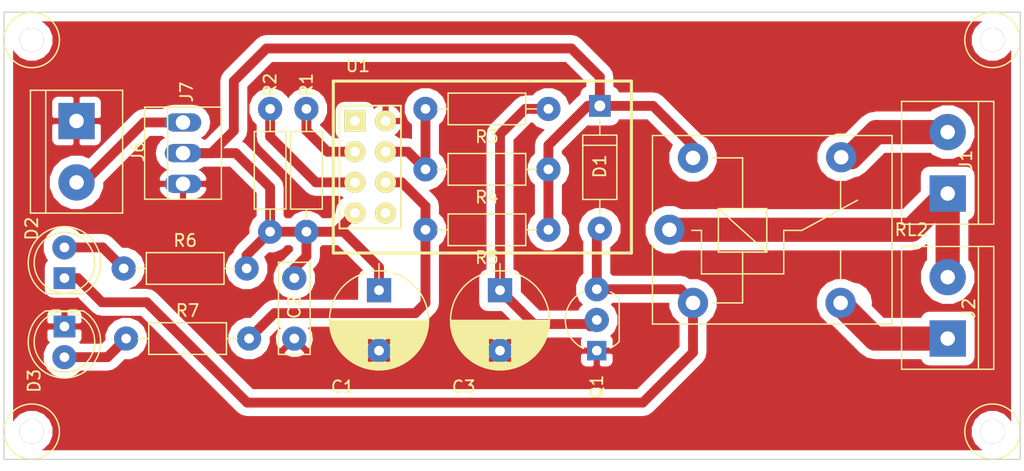
<source format=kicad_pcb>
(kicad_pcb (version 4) (host pcbnew 4.0.6)

  (general
    (links 35)
    (no_connects 0)
    (area 42.474999 39.277 127.525001 79.775)
    (thickness 1.6)
    (drawings 11)
    (tracks 85)
    (zones 0)
    (modules 24)
    (nets 15)
  )

  (page A4)
  (layers
    (0 F.Cu signal)
    (31 B.Cu signal)
    (32 B.Adhes user)
    (33 F.Adhes user)
    (34 B.Paste user)
    (35 F.Paste user)
    (36 B.SilkS user)
    (37 F.SilkS user)
    (38 B.Mask user)
    (39 F.Mask user)
    (40 Dwgs.User user)
    (41 Cmts.User user)
    (42 Eco1.User user)
    (43 Eco2.User user)
    (44 Edge.Cuts user)
    (45 Margin user)
    (46 B.CrtYd user)
    (47 F.CrtYd user)
    (48 B.Fab user)
    (49 F.Fab user)
  )

  (setup
    (last_trace_width 0.813)
    (user_trace_width 0.8128)
    (user_trace_width 2)
    (trace_clearance 0.2)
    (zone_clearance 0.708)
    (zone_45_only no)
    (trace_min 0.8)
    (segment_width 0.4)
    (edge_width 0.1)
    (via_size 0.6)
    (via_drill 0.4)
    (via_min_size 0.4)
    (via_min_drill 0.3)
    (uvia_size 0.3)
    (uvia_drill 0.1)
    (uvias_allowed no)
    (uvia_min_size 0.2)
    (uvia_min_drill 0.1)
    (pcb_text_width 0.3)
    (pcb_text_size 1.5 1.5)
    (mod_edge_width 0.15)
    (mod_text_size 1 1)
    (mod_text_width 0.15)
    (pad_size 1.51 3.01)
    (pad_drill 1.2)
    (pad_to_mask_clearance 0)
    (aux_axis_origin 0 0)
    (visible_elements 7FFFFFFF)
    (pcbplotparams
      (layerselection 0x00030_80000001)
      (usegerberextensions false)
      (excludeedgelayer true)
      (linewidth 0.100000)
      (plotframeref false)
      (viasonmask false)
      (mode 1)
      (useauxorigin false)
      (hpglpennumber 1)
      (hpglpenspeed 20)
      (hpglpendiameter 15)
      (hpglpenoverlay 2)
      (psnegative false)
      (psa4output false)
      (plotreference true)
      (plotvalue true)
      (plotinvisibletext false)
      (padsonsilk false)
      (subtractmaskfromsilk false)
      (outputformat 1)
      (mirror false)
      (drillshape 1)
      (scaleselection 1)
      (outputdirectory ""))
  )

  (net 0 "")
  (net 1 "Net-(D1-Pad2)")
  (net 2 "Net-(J1-Pad1)")
  (net 3 GND)
  (net 4 "Net-(R1-Pad1)")
  (net 5 "Net-(R2-Pad1)")
  (net 6 "Net-(R3-Pad2)")
  (net 7 "Net-(J1-Pad2)")
  (net 8 "Net-(J2-Pad1)")
  (net 9 +3V3)
  (net 10 "Net-(D3-Pad2)")
  (net 11 "Net-(J6-Pad2)")
  (net 12 "Net-(D2-Pad2)")
  (net 13 "Net-(R5-Pad2)")
  (net 14 "Net-(C3-Pad1)")

  (net_class Default "This is the default net class."
    (clearance 0.2)
    (trace_width 0.813)
    (via_dia 0.6)
    (via_drill 0.4)
    (uvia_dia 0.3)
    (uvia_drill 0.1)
    (add_net +3V3)
    (add_net GND)
    (add_net "Net-(C3-Pad1)")
    (add_net "Net-(D1-Pad2)")
    (add_net "Net-(D2-Pad2)")
    (add_net "Net-(D3-Pad2)")
    (add_net "Net-(J1-Pad1)")
    (add_net "Net-(J1-Pad2)")
    (add_net "Net-(J2-Pad1)")
    (add_net "Net-(J6-Pad2)")
    (add_net "Net-(R1-Pad1)")
    (add_net "Net-(R2-Pad1)")
    (add_net "Net-(R3-Pad2)")
    (add_net "Net-(R5-Pad2)")
  )

  (module LEDs:LED_D5.0mm (layer F.Cu) (tedit 59D12C4F) (tstamp 59CD0238)
    (at 48 63 90)
    (descr "LED, diameter 5.0mm, 2 pins, http://cdn-reichelt.de/documents/datenblatt/A500/LL-504BC2E-009.pdf")
    (tags "LED diameter 5.0mm 2 pins")
    (path /59CD2227)
    (fp_text reference D2 (at 4.1 -2.7 90) (layer F.SilkS)
      (effects (font (size 1 1) (thickness 0.15)))
    )
    (fp_text value LED (at 1 -2 90) (layer F.Fab)
      (effects (font (size 1 1) (thickness 0.15)))
    )
    (fp_arc (start 1.27 0) (end -1.23 -1.469694) (angle 299.1) (layer F.Fab) (width 0.1))
    (fp_arc (start 1.27 0) (end -1.29 -1.54483) (angle 148.9) (layer F.SilkS) (width 0.12))
    (fp_arc (start 1.27 0) (end -1.29 1.54483) (angle -148.9) (layer F.SilkS) (width 0.12))
    (fp_circle (center 1.27 0) (end 3.77 0) (layer F.Fab) (width 0.1))
    (fp_circle (center 1.27 0) (end 3.77 0) (layer F.SilkS) (width 0.12))
    (fp_line (start -1.23 -1.469694) (end -1.23 1.469694) (layer F.Fab) (width 0.1))
    (fp_line (start -1.29 -1.545) (end -1.29 1.545) (layer F.SilkS) (width 0.12))
    (fp_line (start -1.95 -3.25) (end -1.95 3.25) (layer F.CrtYd) (width 0.05))
    (fp_line (start -1.95 3.25) (end 4.5 3.25) (layer F.CrtYd) (width 0.05))
    (fp_line (start 4.5 3.25) (end 4.5 -3.25) (layer F.CrtYd) (width 0.05))
    (fp_line (start 4.5 -3.25) (end -1.95 -3.25) (layer F.CrtYd) (width 0.05))
    (fp_text user "" (at 1 -4 90) (layer F.Fab)
      (effects (font (size 0.8 0.8) (thickness 0.2)))
    )
    (pad 1 thru_hole rect (at 0 0 90) (size 1.8 1.8) (drill 0.8) (layers *.Cu *.Mask)
      (net 1 "Net-(D1-Pad2)"))
    (pad 2 thru_hole circle (at 2.54 0 90) (size 2 2) (drill 0.8) (layers *.Cu *.Mask)
      (net 12 "Net-(D2-Pad2)"))
    (model ${KISYS3DMOD}/LEDs.3dshapes/LED_D5.0mm.wrl
      (at (xyz 0 0 0))
      (scale (xyz 0.393701 0.393701 0.393701))
      (rotate (xyz 0 0 0))
    )
  )

  (module Resistors_THT:R_Axial_DIN0207_L6.3mm_D2.5mm_P10.16mm_Horizontal (layer F.Cu) (tedit 59CE6FD1) (tstamp 59CD0154)
    (at 52.9 62.2)
    (descr "Resistor, Axial_DIN0207 series, Axial, Horizontal, pin pitch=10.16mm, 0.25W = 1/4W, length*diameter=6.3*2.5mm^2, http://cdn-reichelt.de/documents/datenblatt/B400/1_4W%23YAG.pdf")
    (tags "Resistor Axial_DIN0207 series Axial Horizontal pin pitch 10.16mm 0.25W = 1/4W length 6.3mm diameter 2.5mm")
    (path /59CD2305)
    (fp_text reference R6 (at 5.08 -2.31) (layer F.SilkS)
      (effects (font (size 1 1) (thickness 0.15)))
    )
    (fp_text value 100 (at 5 0) (layer F.Fab)
      (effects (font (size 1 1) (thickness 0.15)))
    )
    (fp_line (start 1.93 -1.25) (end 1.93 1.25) (layer F.Fab) (width 0.1))
    (fp_line (start 1.93 1.25) (end 8.23 1.25) (layer F.Fab) (width 0.1))
    (fp_line (start 8.23 1.25) (end 8.23 -1.25) (layer F.Fab) (width 0.1))
    (fp_line (start 8.23 -1.25) (end 1.93 -1.25) (layer F.Fab) (width 0.1))
    (fp_line (start 0 0) (end 1.93 0) (layer F.Fab) (width 0.1))
    (fp_line (start 10.16 0) (end 8.23 0) (layer F.Fab) (width 0.1))
    (fp_line (start 1.87 -1.31) (end 1.87 1.31) (layer F.SilkS) (width 0.12))
    (fp_line (start 1.87 1.31) (end 8.29 1.31) (layer F.SilkS) (width 0.12))
    (fp_line (start 8.29 1.31) (end 8.29 -1.31) (layer F.SilkS) (width 0.12))
    (fp_line (start 8.29 -1.31) (end 1.87 -1.31) (layer F.SilkS) (width 0.12))
    (fp_line (start 0.98 0) (end 1.87 0) (layer F.SilkS) (width 0.12))
    (fp_line (start 9.18 0) (end 8.29 0) (layer F.SilkS) (width 0.12))
    (fp_line (start -1.05 -1.6) (end -1.05 1.6) (layer F.CrtYd) (width 0.05))
    (fp_line (start -1.05 1.6) (end 11.25 1.6) (layer F.CrtYd) (width 0.05))
    (fp_line (start 11.25 1.6) (end 11.25 -1.6) (layer F.CrtYd) (width 0.05))
    (fp_line (start 11.25 -1.6) (end -1.05 -1.6) (layer F.CrtYd) (width 0.05))
    (pad 1 thru_hole circle (at 0 0) (size 2 2) (drill 0.8) (layers *.Cu *.Mask)
      (net 12 "Net-(D2-Pad2)"))
    (pad 2 thru_hole circle (at 10.16 0) (size 2 2) (drill 0.8) (layers *.Cu *.Mask)
      (net 9 +3V3))
    (model ${KISYS3DMOD}/Resistors_THT.3dshapes/R_Axial_DIN0207_L6.3mm_D2.5mm_P10.16mm_Horizontal.wrl
      (at (xyz 0 0 0))
      (scale (xyz 0.393701 0.393701 0.393701))
      (rotate (xyz 0 0 0))
    )
  )

  (module Connectors:PINHEAD1-3 (layer F.Cu) (tedit 59D12C44) (tstamp 59CD049B)
    (at 57.8 55.2 90)
    (path /59CCFF35)
    (fp_text reference J7 (at 7.6 0.3 90) (layer F.SilkS)
      (effects (font (size 1 1) (thickness 0.15)))
    )
    (fp_text value "AMS117 module" (at 2.54 3.81 90) (layer F.Fab)
      (effects (font (size 1 1) (thickness 0.15)))
    )
    (fp_line (start -1.27 -3.17) (end -1.27 3.17) (layer F.SilkS) (width 0.12))
    (fp_line (start 6.35 -3.17) (end 6.35 3.17) (layer F.SilkS) (width 0.12))
    (fp_line (start 6.35 -1.27) (end -1.27 -1.27) (layer F.SilkS) (width 0.12))
    (fp_line (start -1.27 -3.17) (end 6.35 -3.17) (layer F.SilkS) (width 0.12))
    (fp_line (start 6.35 3.17) (end -1.27 3.17) (layer F.SilkS) (width 0.12))
    (fp_line (start -1.52 -3.42) (end 6.6 -3.42) (layer F.CrtYd) (width 0.05))
    (fp_line (start -1.52 -3.42) (end -1.52 3.42) (layer F.CrtYd) (width 0.05))
    (fp_line (start 6.6 3.42) (end 6.6 -3.42) (layer F.CrtYd) (width 0.05))
    (fp_line (start 6.6 3.42) (end -1.52 3.42) (layer F.CrtYd) (width 0.05))
    (pad 1 thru_hole oval (at 0 0 90) (size 1.51 3.01) (drill 1.2) (layers *.Cu *.Mask)
      (net 3 GND))
    (pad 2 thru_hole oval (at 2.54 0 90) (size 1.51 3.01) (drill 1.2) (layers *.Cu *.Mask)
      (net 9 +3V3))
    (pad 3 thru_hole oval (at 5.08 0 90) (size 1.51 3.01) (drill 1.2) (layers *.Cu *.Mask)
      (net 11 "Net-(J6-Pad2)"))
  )

  (module Capacitors_THT:C_Disc_D7.5mm_W2.5mm_P5.00mm (layer F.Cu) (tedit 59CE719B) (tstamp 59C7F1AA)
    (at 67 63 270)
    (descr "C, Disc series, Radial, pin pitch=5.00mm, , diameter*width=7.5*2.5mm^2, Capacitor, http://www.vishay.com/docs/28535/vy2series.pdf")
    (tags "C Disc series Radial pin pitch 5.00mm  diameter 7.5mm width 2.5mm Capacitor")
    (path /59BAB5E3)
    (fp_text reference C2 (at 2.4 0 270) (layer F.SilkS)
      (effects (font (size 1 1) (thickness 0.15)))
    )
    (fp_text value 100nF (at 8 0 360) (layer F.Fab)
      (effects (font (size 1 1) (thickness 0.15)))
    )
    (fp_line (start -1.25 -1.25) (end -1.25 1.25) (layer F.Fab) (width 0.1))
    (fp_line (start -1.25 1.25) (end 6.25 1.25) (layer F.Fab) (width 0.1))
    (fp_line (start 6.25 1.25) (end 6.25 -1.25) (layer F.Fab) (width 0.1))
    (fp_line (start 6.25 -1.25) (end -1.25 -1.25) (layer F.Fab) (width 0.1))
    (fp_line (start -1.31 -1.31) (end 6.31 -1.31) (layer F.SilkS) (width 0.12))
    (fp_line (start -1.31 1.31) (end 6.31 1.31) (layer F.SilkS) (width 0.12))
    (fp_line (start -1.31 -1.31) (end -1.31 1.31) (layer F.SilkS) (width 0.12))
    (fp_line (start 6.31 -1.31) (end 6.31 1.31) (layer F.SilkS) (width 0.12))
    (fp_line (start -1.6 -1.6) (end -1.6 1.6) (layer F.CrtYd) (width 0.05))
    (fp_line (start -1.6 1.6) (end 6.6 1.6) (layer F.CrtYd) (width 0.05))
    (fp_line (start 6.6 1.6) (end 6.6 -1.6) (layer F.CrtYd) (width 0.05))
    (fp_line (start 6.6 -1.6) (end -1.6 -1.6) (layer F.CrtYd) (width 0.05))
    (fp_text user %R (at 2.4 0 270) (layer F.Fab)
      (effects (font (size 1 1) (thickness 0.15)))
    )
    (pad 1 thru_hole circle (at 0 0 270) (size 2 2) (drill 0.8) (layers *.Cu *.Mask)
      (net 9 +3V3))
    (pad 2 thru_hole circle (at 5 0 270) (size 2 2) (drill 0.8) (layers *.Cu *.Mask)
      (net 3 GND))
    (model ${KISYS3DMOD}/Capacitors_THT.3dshapes/C_Disc_D7.5mm_W2.5mm_P5.00mm.wrl
      (at (xyz 0 0 0))
      (scale (xyz 1 1 1))
      (rotate (xyz 0 0 0))
    )
  )

  (module Capacitors_THT:CP_Radial_D8.0mm_P5.00mm (layer F.Cu) (tedit 59CE7176) (tstamp 59C7F1B0)
    (at 84 64 270)
    (descr "CP, Radial series, Radial, pin pitch=5.00mm, , diameter=8mm, Electrolytic Capacitor")
    (tags "CP Radial series Radial pin pitch 5.00mm  diameter 8mm Electrolytic Capacitor")
    (path /59BAB86D)
    (fp_text reference C3 (at 8 3 360) (layer F.SilkS)
      (effects (font (size 1 1) (thickness 0.15)))
    )
    (fp_text value 220uF (at 8 -1 360) (layer F.Fab)
      (effects (font (size 1 1) (thickness 0.15)))
    )
    (fp_arc (start 2.5 0) (end -1.416082 -1.18) (angle 146.5) (layer F.SilkS) (width 0.12))
    (fp_arc (start 2.5 0) (end -1.416082 1.18) (angle -146.5) (layer F.SilkS) (width 0.12))
    (fp_arc (start 2.5 0) (end 6.416082 -1.18) (angle 33.5) (layer F.SilkS) (width 0.12))
    (fp_circle (center 2.5 0) (end 6.5 0) (layer F.Fab) (width 0.1))
    (fp_line (start -2.2 0) (end -1 0) (layer F.Fab) (width 0.1))
    (fp_line (start -1.6 -0.65) (end -1.6 0.65) (layer F.Fab) (width 0.1))
    (fp_line (start 2.5 -4.05) (end 2.5 4.05) (layer F.SilkS) (width 0.12))
    (fp_line (start 2.54 -4.05) (end 2.54 4.05) (layer F.SilkS) (width 0.12))
    (fp_line (start 2.58 -4.05) (end 2.58 4.05) (layer F.SilkS) (width 0.12))
    (fp_line (start 2.62 -4.049) (end 2.62 4.049) (layer F.SilkS) (width 0.12))
    (fp_line (start 2.66 -4.047) (end 2.66 4.047) (layer F.SilkS) (width 0.12))
    (fp_line (start 2.7 -4.046) (end 2.7 4.046) (layer F.SilkS) (width 0.12))
    (fp_line (start 2.74 -4.043) (end 2.74 4.043) (layer F.SilkS) (width 0.12))
    (fp_line (start 2.78 -4.041) (end 2.78 4.041) (layer F.SilkS) (width 0.12))
    (fp_line (start 2.82 -4.038) (end 2.82 4.038) (layer F.SilkS) (width 0.12))
    (fp_line (start 2.86 -4.035) (end 2.86 4.035) (layer F.SilkS) (width 0.12))
    (fp_line (start 2.9 -4.031) (end 2.9 4.031) (layer F.SilkS) (width 0.12))
    (fp_line (start 2.94 -4.027) (end 2.94 4.027) (layer F.SilkS) (width 0.12))
    (fp_line (start 2.98 -4.022) (end 2.98 4.022) (layer F.SilkS) (width 0.12))
    (fp_line (start 3.02 -4.017) (end 3.02 4.017) (layer F.SilkS) (width 0.12))
    (fp_line (start 3.06 -4.012) (end 3.06 4.012) (layer F.SilkS) (width 0.12))
    (fp_line (start 3.1 -4.006) (end 3.1 4.006) (layer F.SilkS) (width 0.12))
    (fp_line (start 3.14 -4) (end 3.14 4) (layer F.SilkS) (width 0.12))
    (fp_line (start 3.18 -3.994) (end 3.18 3.994) (layer F.SilkS) (width 0.12))
    (fp_line (start 3.221 -3.987) (end 3.221 3.987) (layer F.SilkS) (width 0.12))
    (fp_line (start 3.261 -3.979) (end 3.261 3.979) (layer F.SilkS) (width 0.12))
    (fp_line (start 3.301 -3.971) (end 3.301 3.971) (layer F.SilkS) (width 0.12))
    (fp_line (start 3.341 -3.963) (end 3.341 3.963) (layer F.SilkS) (width 0.12))
    (fp_line (start 3.381 -3.955) (end 3.381 3.955) (layer F.SilkS) (width 0.12))
    (fp_line (start 3.421 -3.946) (end 3.421 3.946) (layer F.SilkS) (width 0.12))
    (fp_line (start 3.461 -3.936) (end 3.461 3.936) (layer F.SilkS) (width 0.12))
    (fp_line (start 3.501 -3.926) (end 3.501 3.926) (layer F.SilkS) (width 0.12))
    (fp_line (start 3.541 -3.916) (end 3.541 3.916) (layer F.SilkS) (width 0.12))
    (fp_line (start 3.581 -3.905) (end 3.581 3.905) (layer F.SilkS) (width 0.12))
    (fp_line (start 3.621 -3.894) (end 3.621 3.894) (layer F.SilkS) (width 0.12))
    (fp_line (start 3.661 -3.883) (end 3.661 3.883) (layer F.SilkS) (width 0.12))
    (fp_line (start 3.701 -3.87) (end 3.701 3.87) (layer F.SilkS) (width 0.12))
    (fp_line (start 3.741 -3.858) (end 3.741 3.858) (layer F.SilkS) (width 0.12))
    (fp_line (start 3.781 -3.845) (end 3.781 3.845) (layer F.SilkS) (width 0.12))
    (fp_line (start 3.821 -3.832) (end 3.821 3.832) (layer F.SilkS) (width 0.12))
    (fp_line (start 3.861 -3.818) (end 3.861 3.818) (layer F.SilkS) (width 0.12))
    (fp_line (start 3.901 -3.803) (end 3.901 3.803) (layer F.SilkS) (width 0.12))
    (fp_line (start 3.941 -3.789) (end 3.941 3.789) (layer F.SilkS) (width 0.12))
    (fp_line (start 3.981 -3.773) (end 3.981 3.773) (layer F.SilkS) (width 0.12))
    (fp_line (start 4.021 -3.758) (end 4.021 -0.98) (layer F.SilkS) (width 0.12))
    (fp_line (start 4.021 0.98) (end 4.021 3.758) (layer F.SilkS) (width 0.12))
    (fp_line (start 4.061 -3.741) (end 4.061 -0.98) (layer F.SilkS) (width 0.12))
    (fp_line (start 4.061 0.98) (end 4.061 3.741) (layer F.SilkS) (width 0.12))
    (fp_line (start 4.101 -3.725) (end 4.101 -0.98) (layer F.SilkS) (width 0.12))
    (fp_line (start 4.101 0.98) (end 4.101 3.725) (layer F.SilkS) (width 0.12))
    (fp_line (start 4.141 -3.707) (end 4.141 -0.98) (layer F.SilkS) (width 0.12))
    (fp_line (start 4.141 0.98) (end 4.141 3.707) (layer F.SilkS) (width 0.12))
    (fp_line (start 4.181 -3.69) (end 4.181 -0.98) (layer F.SilkS) (width 0.12))
    (fp_line (start 4.181 0.98) (end 4.181 3.69) (layer F.SilkS) (width 0.12))
    (fp_line (start 4.221 -3.671) (end 4.221 -0.98) (layer F.SilkS) (width 0.12))
    (fp_line (start 4.221 0.98) (end 4.221 3.671) (layer F.SilkS) (width 0.12))
    (fp_line (start 4.261 -3.652) (end 4.261 -0.98) (layer F.SilkS) (width 0.12))
    (fp_line (start 4.261 0.98) (end 4.261 3.652) (layer F.SilkS) (width 0.12))
    (fp_line (start 4.301 -3.633) (end 4.301 -0.98) (layer F.SilkS) (width 0.12))
    (fp_line (start 4.301 0.98) (end 4.301 3.633) (layer F.SilkS) (width 0.12))
    (fp_line (start 4.341 -3.613) (end 4.341 -0.98) (layer F.SilkS) (width 0.12))
    (fp_line (start 4.341 0.98) (end 4.341 3.613) (layer F.SilkS) (width 0.12))
    (fp_line (start 4.381 -3.593) (end 4.381 -0.98) (layer F.SilkS) (width 0.12))
    (fp_line (start 4.381 0.98) (end 4.381 3.593) (layer F.SilkS) (width 0.12))
    (fp_line (start 4.421 -3.572) (end 4.421 -0.98) (layer F.SilkS) (width 0.12))
    (fp_line (start 4.421 0.98) (end 4.421 3.572) (layer F.SilkS) (width 0.12))
    (fp_line (start 4.461 -3.55) (end 4.461 -0.98) (layer F.SilkS) (width 0.12))
    (fp_line (start 4.461 0.98) (end 4.461 3.55) (layer F.SilkS) (width 0.12))
    (fp_line (start 4.501 -3.528) (end 4.501 -0.98) (layer F.SilkS) (width 0.12))
    (fp_line (start 4.501 0.98) (end 4.501 3.528) (layer F.SilkS) (width 0.12))
    (fp_line (start 4.541 -3.505) (end 4.541 -0.98) (layer F.SilkS) (width 0.12))
    (fp_line (start 4.541 0.98) (end 4.541 3.505) (layer F.SilkS) (width 0.12))
    (fp_line (start 4.581 -3.482) (end 4.581 -0.98) (layer F.SilkS) (width 0.12))
    (fp_line (start 4.581 0.98) (end 4.581 3.482) (layer F.SilkS) (width 0.12))
    (fp_line (start 4.621 -3.458) (end 4.621 -0.98) (layer F.SilkS) (width 0.12))
    (fp_line (start 4.621 0.98) (end 4.621 3.458) (layer F.SilkS) (width 0.12))
    (fp_line (start 4.661 -3.434) (end 4.661 -0.98) (layer F.SilkS) (width 0.12))
    (fp_line (start 4.661 0.98) (end 4.661 3.434) (layer F.SilkS) (width 0.12))
    (fp_line (start 4.701 -3.408) (end 4.701 -0.98) (layer F.SilkS) (width 0.12))
    (fp_line (start 4.701 0.98) (end 4.701 3.408) (layer F.SilkS) (width 0.12))
    (fp_line (start 4.741 -3.383) (end 4.741 -0.98) (layer F.SilkS) (width 0.12))
    (fp_line (start 4.741 0.98) (end 4.741 3.383) (layer F.SilkS) (width 0.12))
    (fp_line (start 4.781 -3.356) (end 4.781 -0.98) (layer F.SilkS) (width 0.12))
    (fp_line (start 4.781 0.98) (end 4.781 3.356) (layer F.SilkS) (width 0.12))
    (fp_line (start 4.821 -3.329) (end 4.821 -0.98) (layer F.SilkS) (width 0.12))
    (fp_line (start 4.821 0.98) (end 4.821 3.329) (layer F.SilkS) (width 0.12))
    (fp_line (start 4.861 -3.301) (end 4.861 -0.98) (layer F.SilkS) (width 0.12))
    (fp_line (start 4.861 0.98) (end 4.861 3.301) (layer F.SilkS) (width 0.12))
    (fp_line (start 4.901 -3.272) (end 4.901 -0.98) (layer F.SilkS) (width 0.12))
    (fp_line (start 4.901 0.98) (end 4.901 3.272) (layer F.SilkS) (width 0.12))
    (fp_line (start 4.941 -3.243) (end 4.941 -0.98) (layer F.SilkS) (width 0.12))
    (fp_line (start 4.941 0.98) (end 4.941 3.243) (layer F.SilkS) (width 0.12))
    (fp_line (start 4.981 -3.213) (end 4.981 -0.98) (layer F.SilkS) (width 0.12))
    (fp_line (start 4.981 0.98) (end 4.981 3.213) (layer F.SilkS) (width 0.12))
    (fp_line (start 5.021 -3.182) (end 5.021 -0.98) (layer F.SilkS) (width 0.12))
    (fp_line (start 5.021 0.98) (end 5.021 3.182) (layer F.SilkS) (width 0.12))
    (fp_line (start 5.061 -3.15) (end 5.061 -0.98) (layer F.SilkS) (width 0.12))
    (fp_line (start 5.061 0.98) (end 5.061 3.15) (layer F.SilkS) (width 0.12))
    (fp_line (start 5.101 -3.118) (end 5.101 -0.98) (layer F.SilkS) (width 0.12))
    (fp_line (start 5.101 0.98) (end 5.101 3.118) (layer F.SilkS) (width 0.12))
    (fp_line (start 5.141 -3.084) (end 5.141 -0.98) (layer F.SilkS) (width 0.12))
    (fp_line (start 5.141 0.98) (end 5.141 3.084) (layer F.SilkS) (width 0.12))
    (fp_line (start 5.181 -3.05) (end 5.181 -0.98) (layer F.SilkS) (width 0.12))
    (fp_line (start 5.181 0.98) (end 5.181 3.05) (layer F.SilkS) (width 0.12))
    (fp_line (start 5.221 -3.015) (end 5.221 -0.98) (layer F.SilkS) (width 0.12))
    (fp_line (start 5.221 0.98) (end 5.221 3.015) (layer F.SilkS) (width 0.12))
    (fp_line (start 5.261 -2.979) (end 5.261 -0.98) (layer F.SilkS) (width 0.12))
    (fp_line (start 5.261 0.98) (end 5.261 2.979) (layer F.SilkS) (width 0.12))
    (fp_line (start 5.301 -2.942) (end 5.301 -0.98) (layer F.SilkS) (width 0.12))
    (fp_line (start 5.301 0.98) (end 5.301 2.942) (layer F.SilkS) (width 0.12))
    (fp_line (start 5.341 -2.904) (end 5.341 -0.98) (layer F.SilkS) (width 0.12))
    (fp_line (start 5.341 0.98) (end 5.341 2.904) (layer F.SilkS) (width 0.12))
    (fp_line (start 5.381 -2.865) (end 5.381 -0.98) (layer F.SilkS) (width 0.12))
    (fp_line (start 5.381 0.98) (end 5.381 2.865) (layer F.SilkS) (width 0.12))
    (fp_line (start 5.421 -2.824) (end 5.421 -0.98) (layer F.SilkS) (width 0.12))
    (fp_line (start 5.421 0.98) (end 5.421 2.824) (layer F.SilkS) (width 0.12))
    (fp_line (start 5.461 -2.783) (end 5.461 -0.98) (layer F.SilkS) (width 0.12))
    (fp_line (start 5.461 0.98) (end 5.461 2.783) (layer F.SilkS) (width 0.12))
    (fp_line (start 5.501 -2.74) (end 5.501 -0.98) (layer F.SilkS) (width 0.12))
    (fp_line (start 5.501 0.98) (end 5.501 2.74) (layer F.SilkS) (width 0.12))
    (fp_line (start 5.541 -2.697) (end 5.541 -0.98) (layer F.SilkS) (width 0.12))
    (fp_line (start 5.541 0.98) (end 5.541 2.697) (layer F.SilkS) (width 0.12))
    (fp_line (start 5.581 -2.652) (end 5.581 -0.98) (layer F.SilkS) (width 0.12))
    (fp_line (start 5.581 0.98) (end 5.581 2.652) (layer F.SilkS) (width 0.12))
    (fp_line (start 5.621 -2.605) (end 5.621 -0.98) (layer F.SilkS) (width 0.12))
    (fp_line (start 5.621 0.98) (end 5.621 2.605) (layer F.SilkS) (width 0.12))
    (fp_line (start 5.661 -2.557) (end 5.661 -0.98) (layer F.SilkS) (width 0.12))
    (fp_line (start 5.661 0.98) (end 5.661 2.557) (layer F.SilkS) (width 0.12))
    (fp_line (start 5.701 -2.508) (end 5.701 -0.98) (layer F.SilkS) (width 0.12))
    (fp_line (start 5.701 0.98) (end 5.701 2.508) (layer F.SilkS) (width 0.12))
    (fp_line (start 5.741 -2.457) (end 5.741 -0.98) (layer F.SilkS) (width 0.12))
    (fp_line (start 5.741 0.98) (end 5.741 2.457) (layer F.SilkS) (width 0.12))
    (fp_line (start 5.781 -2.404) (end 5.781 -0.98) (layer F.SilkS) (width 0.12))
    (fp_line (start 5.781 0.98) (end 5.781 2.404) (layer F.SilkS) (width 0.12))
    (fp_line (start 5.821 -2.349) (end 5.821 -0.98) (layer F.SilkS) (width 0.12))
    (fp_line (start 5.821 0.98) (end 5.821 2.349) (layer F.SilkS) (width 0.12))
    (fp_line (start 5.861 -2.293) (end 5.861 -0.98) (layer F.SilkS) (width 0.12))
    (fp_line (start 5.861 0.98) (end 5.861 2.293) (layer F.SilkS) (width 0.12))
    (fp_line (start 5.901 -2.234) (end 5.901 -0.98) (layer F.SilkS) (width 0.12))
    (fp_line (start 5.901 0.98) (end 5.901 2.234) (layer F.SilkS) (width 0.12))
    (fp_line (start 5.941 -2.173) (end 5.941 -0.98) (layer F.SilkS) (width 0.12))
    (fp_line (start 5.941 0.98) (end 5.941 2.173) (layer F.SilkS) (width 0.12))
    (fp_line (start 5.981 -2.109) (end 5.981 2.109) (layer F.SilkS) (width 0.12))
    (fp_line (start 6.021 -2.043) (end 6.021 2.043) (layer F.SilkS) (width 0.12))
    (fp_line (start 6.061 -1.974) (end 6.061 1.974) (layer F.SilkS) (width 0.12))
    (fp_line (start 6.101 -1.902) (end 6.101 1.902) (layer F.SilkS) (width 0.12))
    (fp_line (start 6.141 -1.826) (end 6.141 1.826) (layer F.SilkS) (width 0.12))
    (fp_line (start 6.181 -1.745) (end 6.181 1.745) (layer F.SilkS) (width 0.12))
    (fp_line (start 6.221 -1.66) (end 6.221 1.66) (layer F.SilkS) (width 0.12))
    (fp_line (start 6.261 -1.57) (end 6.261 1.57) (layer F.SilkS) (width 0.12))
    (fp_line (start 6.301 -1.473) (end 6.301 1.473) (layer F.SilkS) (width 0.12))
    (fp_line (start 6.341 -1.369) (end 6.341 1.369) (layer F.SilkS) (width 0.12))
    (fp_line (start 6.381 -1.254) (end 6.381 1.254) (layer F.SilkS) (width 0.12))
    (fp_line (start 6.421 -1.127) (end 6.421 1.127) (layer F.SilkS) (width 0.12))
    (fp_line (start 6.461 -0.983) (end 6.461 0.983) (layer F.SilkS) (width 0.12))
    (fp_line (start 6.501 -0.814) (end 6.501 0.814) (layer F.SilkS) (width 0.12))
    (fp_line (start 6.541 -0.598) (end 6.541 0.598) (layer F.SilkS) (width 0.12))
    (fp_line (start 6.581 -0.246) (end 6.581 0.246) (layer F.SilkS) (width 0.12))
    (fp_line (start -2.2 0) (end -1 0) (layer F.SilkS) (width 0.12))
    (fp_line (start -1.6 -0.65) (end -1.6 0.65) (layer F.SilkS) (width 0.12))
    (fp_line (start -1.85 -4.35) (end -1.85 4.35) (layer F.CrtYd) (width 0.05))
    (fp_line (start -1.85 4.35) (end 6.85 4.35) (layer F.CrtYd) (width 0.05))
    (fp_line (start 6.85 4.35) (end 6.85 -4.35) (layer F.CrtYd) (width 0.05))
    (fp_line (start 6.85 -4.35) (end -1.85 -4.35) (layer F.CrtYd) (width 0.05))
    (fp_text user %R (at 8 3 360) (layer F.Fab)
      (effects (font (size 1 1) (thickness 0.15)))
    )
    (pad 1 thru_hole rect (at 0 0 270) (size 2 2) (drill 0.8) (layers *.Cu *.Mask)
      (net 14 "Net-(C3-Pad1)"))
    (pad 2 thru_hole circle (at 5 0 270) (size 2 2) (drill 0.8) (layers *.Cu *.Mask)
      (net 3 GND))
    (model ${KISYS3DMOD}/Capacitors_THT.3dshapes/CP_Radial_D8.0mm_P5.00mm.wrl
      (at (xyz 0 0 0))
      (scale (xyz 1 1 1))
      (rotate (xyz 0 0 0))
    )
  )

  (module Diodes_THT:D_A-405_P10.16mm_Horizontal (layer F.Cu) (tedit 59D12C31) (tstamp 59C7F1B6)
    (at 92.25 48.75 270)
    (descr "D, A-405 series, Axial, Horizontal, pin pitch=10.16mm, , length*diameter=5.2*2.7mm^2, , http://www.diodes.com/_files/packages/A-405.pdf")
    (tags "D A-405 series Axial Horizontal pin pitch 10.16mm  length 5.2mm diameter 2.7mm")
    (path /59BABA18)
    (fp_text reference D1 (at 5 0 270) (layer F.SilkS)
      (effects (font (size 1 1) (thickness 0.15)))
    )
    (fp_text value 1N4007 (at 5.65 -3.45 450) (layer F.Fab)
      (effects (font (size 1 1) (thickness 0.15)))
    )
    (fp_text user %R (at 5.08 0 270) (layer F.Fab)
      (effects (font (size 1 1) (thickness 0.15)))
    )
    (fp_line (start 2.48 -1.35) (end 2.48 1.35) (layer F.Fab) (width 0.1))
    (fp_line (start 2.48 1.35) (end 7.68 1.35) (layer F.Fab) (width 0.1))
    (fp_line (start 7.68 1.35) (end 7.68 -1.35) (layer F.Fab) (width 0.1))
    (fp_line (start 7.68 -1.35) (end 2.48 -1.35) (layer F.Fab) (width 0.1))
    (fp_line (start 0 0) (end 2.48 0) (layer F.Fab) (width 0.1))
    (fp_line (start 10.16 0) (end 7.68 0) (layer F.Fab) (width 0.1))
    (fp_line (start 3.26 -1.35) (end 3.26 1.35) (layer F.Fab) (width 0.1))
    (fp_line (start 2.42 -1.41) (end 2.42 1.41) (layer F.SilkS) (width 0.12))
    (fp_line (start 2.42 1.41) (end 7.74 1.41) (layer F.SilkS) (width 0.12))
    (fp_line (start 7.74 1.41) (end 7.74 -1.41) (layer F.SilkS) (width 0.12))
    (fp_line (start 7.74 -1.41) (end 2.42 -1.41) (layer F.SilkS) (width 0.12))
    (fp_line (start 1.08 0) (end 2.42 0) (layer F.SilkS) (width 0.12))
    (fp_line (start 9.08 0) (end 7.74 0) (layer F.SilkS) (width 0.12))
    (fp_line (start 3.26 -1.41) (end 3.26 1.41) (layer F.SilkS) (width 0.12))
    (fp_line (start -1.15 -1.7) (end -1.15 1.7) (layer F.CrtYd) (width 0.05))
    (fp_line (start -1.15 1.7) (end 11.35 1.7) (layer F.CrtYd) (width 0.05))
    (fp_line (start 11.35 1.7) (end 11.35 -1.7) (layer F.CrtYd) (width 0.05))
    (fp_line (start 11.35 -1.7) (end -1.15 -1.7) (layer F.CrtYd) (width 0.05))
    (pad 1 thru_hole rect (at 0 0 270) (size 1.8 1.8) (drill 0.9) (layers *.Cu *.Mask)
      (net 9 +3V3))
    (pad 2 thru_hole circle (at 10.16 0 270) (size 2 2) (drill 0.8) (layers *.Cu *.Mask)
      (net 1 "Net-(D1-Pad2)"))
    (model ${KISYS3DMOD}/Diodes_THT.3dshapes/D_A-405_P10.16mm_Horizontal.wrl
      (at (xyz 0 0 0))
      (scale (xyz 0.393701 0.393701 0.393701))
      (rotate (xyz 0 0 0))
    )
  )

  (module Connectors:bornier2 (layer F.Cu) (tedit 59D12C1B) (tstamp 59C7F1BC)
    (at 121 56 90)
    (descr "Bornier d'alimentation 2 pins")
    (tags DEV)
    (path /59C7FEF5)
    (fp_text reference J1 (at 2.75 1.5 90) (layer F.SilkS)
      (effects (font (size 1 1) (thickness 0.15)))
    )
    (fp_text value "" (at 2.54 5.08 90) (layer F.Fab)
      (effects (font (size 1 1) (thickness 0.15)))
    )
    (fp_line (start -2.41 2.55) (end 7.49 2.55) (layer F.Fab) (width 0.1))
    (fp_line (start -2.46 -3.75) (end -2.46 3.75) (layer F.Fab) (width 0.1))
    (fp_line (start -2.46 3.75) (end 7.54 3.75) (layer F.Fab) (width 0.1))
    (fp_line (start 7.54 3.75) (end 7.54 -3.75) (layer F.Fab) (width 0.1))
    (fp_line (start 7.54 -3.75) (end -2.46 -3.75) (layer F.Fab) (width 0.1))
    (fp_line (start 7.62 2.54) (end -2.54 2.54) (layer F.SilkS) (width 0.12))
    (fp_line (start 7.62 3.81) (end 7.62 -3.81) (layer F.SilkS) (width 0.12))
    (fp_line (start 7.62 -3.81) (end -2.54 -3.81) (layer F.SilkS) (width 0.12))
    (fp_line (start -2.54 -3.81) (end -2.54 3.81) (layer F.SilkS) (width 0.12))
    (fp_line (start -2.54 3.81) (end 7.62 3.81) (layer F.SilkS) (width 0.12))
    (fp_line (start -2.71 -4) (end 7.79 -4) (layer F.CrtYd) (width 0.05))
    (fp_line (start -2.71 -4) (end -2.71 4) (layer F.CrtYd) (width 0.05))
    (fp_line (start 7.79 4) (end 7.79 -4) (layer F.CrtYd) (width 0.05))
    (fp_line (start 7.79 4) (end -2.71 4) (layer F.CrtYd) (width 0.05))
    (pad 1 thru_hole rect (at 0 0 90) (size 3 3) (drill 1.2) (layers *.Cu *.Mask)
      (net 2 "Net-(J1-Pad1)"))
    (pad 2 thru_hole circle (at 5.08 0 90) (size 3 3) (drill 1.2) (layers *.Cu *.Mask)
      (net 7 "Net-(J1-Pad2)"))
    (model ${KISYS3DMOD}/Connectors.3dshapes/bornier2.wrl
      (at (xyz 0 0 0))
      (scale (xyz 1 1 1))
      (rotate (xyz 0 0 0))
    )
  )

  (module Connectors:bornier2 (layer F.Cu) (tedit 59D12C1F) (tstamp 59C7F1C2)
    (at 121 68 90)
    (descr "Bornier d'alimentation 2 pins")
    (tags DEV)
    (path /59C7FF2C)
    (fp_text reference J2 (at 2.5 1.75 90) (layer F.SilkS)
      (effects (font (size 1 1) (thickness 0.15)))
    )
    (fp_text value "" (at 2.54 5.08 90) (layer F.Fab)
      (effects (font (size 1 1) (thickness 0.15)))
    )
    (fp_line (start -2.41 2.55) (end 7.49 2.55) (layer F.Fab) (width 0.1))
    (fp_line (start -2.46 -3.75) (end -2.46 3.75) (layer F.Fab) (width 0.1))
    (fp_line (start -2.46 3.75) (end 7.54 3.75) (layer F.Fab) (width 0.1))
    (fp_line (start 7.54 3.75) (end 7.54 -3.75) (layer F.Fab) (width 0.1))
    (fp_line (start 7.54 -3.75) (end -2.46 -3.75) (layer F.Fab) (width 0.1))
    (fp_line (start 7.62 2.54) (end -2.54 2.54) (layer F.SilkS) (width 0.12))
    (fp_line (start 7.62 3.81) (end 7.62 -3.81) (layer F.SilkS) (width 0.12))
    (fp_line (start 7.62 -3.81) (end -2.54 -3.81) (layer F.SilkS) (width 0.12))
    (fp_line (start -2.54 -3.81) (end -2.54 3.81) (layer F.SilkS) (width 0.12))
    (fp_line (start -2.54 3.81) (end 7.62 3.81) (layer F.SilkS) (width 0.12))
    (fp_line (start -2.71 -4) (end 7.79 -4) (layer F.CrtYd) (width 0.05))
    (fp_line (start -2.71 -4) (end -2.71 4) (layer F.CrtYd) (width 0.05))
    (fp_line (start 7.79 4) (end 7.79 -4) (layer F.CrtYd) (width 0.05))
    (fp_line (start 7.79 4) (end -2.71 4) (layer F.CrtYd) (width 0.05))
    (pad 1 thru_hole rect (at 0 0 90) (size 3 3) (drill 1.2) (layers *.Cu *.Mask)
      (net 8 "Net-(J2-Pad1)"))
    (pad 2 thru_hole circle (at 5.08 0 90) (size 3 3) (drill 1.2) (layers *.Cu *.Mask)
      (net 2 "Net-(J1-Pad1)"))
    (model ${KISYS3DMOD}/Connectors.3dshapes/bornier2.wrl
      (at (xyz 0 0 0))
      (scale (xyz 1 1 1))
      (rotate (xyz 0 0 0))
    )
  )

  (module TO_SOT_Packages_THT:TO-92_Inline_Wide (layer F.Cu) (tedit 59CE733C) (tstamp 59C7F1D6)
    (at 92 69 90)
    (descr "TO-92 leads in-line, wide, drill 0.8mm (see NXP sot054_po.pdf)")
    (tags "to-92 sc-43 sc-43a sot54 PA33 transistor")
    (path /59C836A9)
    (fp_text reference Q1 (at -3 0 270) (layer F.SilkS)
      (effects (font (size 1 1) (thickness 0.15)))
    )
    (fp_text value 2N2222 (at 2.1 3.2 90) (layer F.Fab)
      (effects (font (size 1 1) (thickness 0.15)))
    )
    (fp_text user %R (at -3 0 270) (layer F.Fab)
      (effects (font (size 1 1) (thickness 0.15)))
    )
    (fp_line (start 0.74 1.85) (end 4.34 1.85) (layer F.SilkS) (width 0.12))
    (fp_line (start 0.8 1.75) (end 4.3 1.75) (layer F.Fab) (width 0.1))
    (fp_line (start -1.01 -2.73) (end 6.09 -2.73) (layer F.CrtYd) (width 0.05))
    (fp_line (start -1.01 -2.73) (end -1.01 2.01) (layer F.CrtYd) (width 0.05))
    (fp_line (start 6.09 2.01) (end 6.09 -2.73) (layer F.CrtYd) (width 0.05))
    (fp_line (start 6.09 2.01) (end -1.01 2.01) (layer F.CrtYd) (width 0.05))
    (fp_arc (start 2.54 0) (end 0.74 1.85) (angle 20) (layer F.SilkS) (width 0.12))
    (fp_arc (start 2.54 0) (end 2.54 -2.6) (angle -65) (layer F.SilkS) (width 0.12))
    (fp_arc (start 2.54 0) (end 2.54 -2.6) (angle 65) (layer F.SilkS) (width 0.12))
    (fp_arc (start 2.54 0) (end 2.54 -2.48) (angle 135) (layer F.Fab) (width 0.1))
    (fp_arc (start 2.54 0) (end 2.54 -2.48) (angle -135) (layer F.Fab) (width 0.1))
    (fp_arc (start 2.54 0) (end 4.34 1.85) (angle -20) (layer F.SilkS) (width 0.12))
    (pad 2 thru_hole circle (at 2.54 0 90) (size 2 2) (drill 0.8) (layers *.Cu *.Mask)
      (net 14 "Net-(C3-Pad1)"))
    (pad 3 thru_hole circle (at 5.08 0 90) (size 2 2) (drill 0.8) (layers *.Cu *.Mask)
      (net 1 "Net-(D1-Pad2)"))
    (pad 1 thru_hole rect (at 0 0 180) (size 1.6 1.6) (drill 0.8) (layers *.Cu *.Mask)
      (net 3 GND))
    (model ${KISYS3DMOD}/TO_SOT_Packages_THT.3dshapes/TO-92_Inline_Wide.wrl
      (at (xyz 0.1 0 0))
      (scale (xyz 1 1 1))
      (rotate (xyz 0 0 -90))
    )
  )

  (module Resistors_THT:R_Axial_DIN0207_L6.3mm_D2.5mm_P10.16mm_Horizontal (layer F.Cu) (tedit 59CE72A0) (tstamp 59C7F1DC)
    (at 68 49 270)
    (descr "Resistor, Axial_DIN0207 series, Axial, Horizontal, pin pitch=10.16mm, 0.25W = 1/4W, length*diameter=6.3*2.5mm^2, http://cdn-reichelt.de/documents/datenblatt/B400/1_4W%23YAG.pdf")
    (tags "Resistor Axial_DIN0207 series Axial Horizontal pin pitch 10.16mm 0.25W = 1/4W length 6.3mm diameter 2.5mm")
    (path /59BAB719)
    (fp_text reference R1 (at -2 0 270) (layer F.SilkS)
      (effects (font (size 1 1) (thickness 0.15)))
    )
    (fp_text value 2K2 (at 5 0 270) (layer F.Fab)
      (effects (font (size 1 1) (thickness 0.15)))
    )
    (fp_line (start 1.93 -1.25) (end 1.93 1.25) (layer F.Fab) (width 0.1))
    (fp_line (start 1.93 1.25) (end 8.23 1.25) (layer F.Fab) (width 0.1))
    (fp_line (start 8.23 1.25) (end 8.23 -1.25) (layer F.Fab) (width 0.1))
    (fp_line (start 8.23 -1.25) (end 1.93 -1.25) (layer F.Fab) (width 0.1))
    (fp_line (start 0 0) (end 1.93 0) (layer F.Fab) (width 0.1))
    (fp_line (start 10.16 0) (end 8.23 0) (layer F.Fab) (width 0.1))
    (fp_line (start 1.87 -1.31) (end 1.87 1.31) (layer F.SilkS) (width 0.12))
    (fp_line (start 1.87 1.31) (end 8.29 1.31) (layer F.SilkS) (width 0.12))
    (fp_line (start 8.29 1.31) (end 8.29 -1.31) (layer F.SilkS) (width 0.12))
    (fp_line (start 8.29 -1.31) (end 1.87 -1.31) (layer F.SilkS) (width 0.12))
    (fp_line (start 0.98 0) (end 1.87 0) (layer F.SilkS) (width 0.12))
    (fp_line (start 9.18 0) (end 8.29 0) (layer F.SilkS) (width 0.12))
    (fp_line (start -1.05 -1.6) (end -1.05 1.6) (layer F.CrtYd) (width 0.05))
    (fp_line (start -1.05 1.6) (end 11.25 1.6) (layer F.CrtYd) (width 0.05))
    (fp_line (start 11.25 1.6) (end 11.25 -1.6) (layer F.CrtYd) (width 0.05))
    (fp_line (start 11.25 -1.6) (end -1.05 -1.6) (layer F.CrtYd) (width 0.05))
    (pad 1 thru_hole circle (at 0 0 270) (size 2 2) (drill 0.8) (layers *.Cu *.Mask)
      (net 4 "Net-(R1-Pad1)"))
    (pad 2 thru_hole circle (at 10.16 0 270) (size 2 2) (drill 0.8) (layers *.Cu *.Mask)
      (net 9 +3V3))
    (model ${KISYS3DMOD}/Resistors_THT.3dshapes/R_Axial_DIN0207_L6.3mm_D2.5mm_P10.16mm_Horizontal.wrl
      (at (xyz 0 0 0))
      (scale (xyz 0.393701 0.393701 0.393701))
      (rotate (xyz 0 0 0))
    )
  )

  (module Resistors_THT:R_Axial_DIN0207_L6.3mm_D2.5mm_P10.16mm_Horizontal (layer F.Cu) (tedit 59CE7294) (tstamp 59C7F1E2)
    (at 65 49 270)
    (descr "Resistor, Axial_DIN0207 series, Axial, Horizontal, pin pitch=10.16mm, 0.25W = 1/4W, length*diameter=6.3*2.5mm^2, http://cdn-reichelt.de/documents/datenblatt/B400/1_4W%23YAG.pdf")
    (tags "Resistor Axial_DIN0207 series Axial Horizontal pin pitch 10.16mm 0.25W = 1/4W length 6.3mm diameter 2.5mm")
    (path /59BAB76A)
    (fp_text reference R2 (at -2 0 270) (layer F.SilkS)
      (effects (font (size 1 1) (thickness 0.15)))
    )
    (fp_text value 2K2 (at 5 0 270) (layer F.Fab)
      (effects (font (size 1 1) (thickness 0.15)))
    )
    (fp_line (start 1.93 -1.25) (end 1.93 1.25) (layer F.Fab) (width 0.1))
    (fp_line (start 1.93 1.25) (end 8.23 1.25) (layer F.Fab) (width 0.1))
    (fp_line (start 8.23 1.25) (end 8.23 -1.25) (layer F.Fab) (width 0.1))
    (fp_line (start 8.23 -1.25) (end 1.93 -1.25) (layer F.Fab) (width 0.1))
    (fp_line (start 0 0) (end 1.93 0) (layer F.Fab) (width 0.1))
    (fp_line (start 10.16 0) (end 8.23 0) (layer F.Fab) (width 0.1))
    (fp_line (start 1.87 -1.31) (end 1.87 1.31) (layer F.SilkS) (width 0.12))
    (fp_line (start 1.87 1.31) (end 8.29 1.31) (layer F.SilkS) (width 0.12))
    (fp_line (start 8.29 1.31) (end 8.29 -1.31) (layer F.SilkS) (width 0.12))
    (fp_line (start 8.29 -1.31) (end 1.87 -1.31) (layer F.SilkS) (width 0.12))
    (fp_line (start 0.98 0) (end 1.87 0) (layer F.SilkS) (width 0.12))
    (fp_line (start 9.18 0) (end 8.29 0) (layer F.SilkS) (width 0.12))
    (fp_line (start -1.05 -1.6) (end -1.05 1.6) (layer F.CrtYd) (width 0.05))
    (fp_line (start -1.05 1.6) (end 11.25 1.6) (layer F.CrtYd) (width 0.05))
    (fp_line (start 11.25 1.6) (end 11.25 -1.6) (layer F.CrtYd) (width 0.05))
    (fp_line (start 11.25 -1.6) (end -1.05 -1.6) (layer F.CrtYd) (width 0.05))
    (pad 1 thru_hole circle (at 0 0 270) (size 2 2) (drill 0.8) (layers *.Cu *.Mask)
      (net 5 "Net-(R2-Pad1)"))
    (pad 2 thru_hole circle (at 10.16 0 270) (size 2 2) (drill 0.8) (layers *.Cu *.Mask)
      (net 9 +3V3))
    (model ${KISYS3DMOD}/Resistors_THT.3dshapes/R_Axial_DIN0207_L6.3mm_D2.5mm_P10.16mm_Horizontal.wrl
      (at (xyz 0 0 0))
      (scale (xyz 0.393701 0.393701 0.393701))
      (rotate (xyz 0 0 0))
    )
  )

  (module Resistors_THT:R_Axial_DIN0207_L6.3mm_D2.5mm_P10.16mm_Horizontal (layer F.Cu) (tedit 59CE72B6) (tstamp 59C7F1E8)
    (at 88 49 180)
    (descr "Resistor, Axial_DIN0207 series, Axial, Horizontal, pin pitch=10.16mm, 0.25W = 1/4W, length*diameter=6.3*2.5mm^2, http://cdn-reichelt.de/documents/datenblatt/B400/1_4W%23YAG.pdf")
    (tags "Resistor Axial_DIN0207 series Axial Horizontal pin pitch 10.16mm 0.25W = 1/4W length 6.3mm diameter 2.5mm")
    (path /59BAB82A)
    (fp_text reference R3 (at 5.08 -2.31 180) (layer F.SilkS)
      (effects (font (size 1 1) (thickness 0.15)))
    )
    (fp_text value 2K2 (at 5 0 180) (layer F.Fab)
      (effects (font (size 1 1) (thickness 0.15)))
    )
    (fp_line (start 1.93 -1.25) (end 1.93 1.25) (layer F.Fab) (width 0.1))
    (fp_line (start 1.93 1.25) (end 8.23 1.25) (layer F.Fab) (width 0.1))
    (fp_line (start 8.23 1.25) (end 8.23 -1.25) (layer F.Fab) (width 0.1))
    (fp_line (start 8.23 -1.25) (end 1.93 -1.25) (layer F.Fab) (width 0.1))
    (fp_line (start 0 0) (end 1.93 0) (layer F.Fab) (width 0.1))
    (fp_line (start 10.16 0) (end 8.23 0) (layer F.Fab) (width 0.1))
    (fp_line (start 1.87 -1.31) (end 1.87 1.31) (layer F.SilkS) (width 0.12))
    (fp_line (start 1.87 1.31) (end 8.29 1.31) (layer F.SilkS) (width 0.12))
    (fp_line (start 8.29 1.31) (end 8.29 -1.31) (layer F.SilkS) (width 0.12))
    (fp_line (start 8.29 -1.31) (end 1.87 -1.31) (layer F.SilkS) (width 0.12))
    (fp_line (start 0.98 0) (end 1.87 0) (layer F.SilkS) (width 0.12))
    (fp_line (start 9.18 0) (end 8.29 0) (layer F.SilkS) (width 0.12))
    (fp_line (start -1.05 -1.6) (end -1.05 1.6) (layer F.CrtYd) (width 0.05))
    (fp_line (start -1.05 1.6) (end 11.25 1.6) (layer F.CrtYd) (width 0.05))
    (fp_line (start 11.25 1.6) (end 11.25 -1.6) (layer F.CrtYd) (width 0.05))
    (fp_line (start 11.25 -1.6) (end -1.05 -1.6) (layer F.CrtYd) (width 0.05))
    (pad 1 thru_hole circle (at 0 0 180) (size 2 2) (drill 0.8) (layers *.Cu *.Mask)
      (net 14 "Net-(C3-Pad1)"))
    (pad 2 thru_hole circle (at 10.16 0 180) (size 2 2) (drill 0.8) (layers *.Cu *.Mask)
      (net 6 "Net-(R3-Pad2)"))
    (model ${KISYS3DMOD}/Resistors_THT.3dshapes/R_Axial_DIN0207_L6.3mm_D2.5mm_P10.16mm_Horizontal.wrl
      (at (xyz 0 0 0))
      (scale (xyz 0.393701 0.393701 0.393701))
      (rotate (xyz 0 0 0))
    )
  )

  (module Resistors_THT:R_Axial_DIN0207_L6.3mm_D2.5mm_P10.16mm_Horizontal (layer F.Cu) (tedit 59CE72C9) (tstamp 59C7F1EE)
    (at 88 54 180)
    (descr "Resistor, Axial_DIN0207 series, Axial, Horizontal, pin pitch=10.16mm, 0.25W = 1/4W, length*diameter=6.3*2.5mm^2, http://cdn-reichelt.de/documents/datenblatt/B400/1_4W%23YAG.pdf")
    (tags "Resistor Axial_DIN0207 series Axial Horizontal pin pitch 10.16mm 0.25W = 1/4W length 6.3mm diameter 2.5mm")
    (path /59BAB79B)
    (fp_text reference R4 (at 5.08 -2.31 180) (layer F.SilkS)
      (effects (font (size 1 1) (thickness 0.15)))
    )
    (fp_text value 2K2 (at 5 0 180) (layer F.Fab)
      (effects (font (size 1 1) (thickness 0.15)))
    )
    (fp_line (start 1.93 -1.25) (end 1.93 1.25) (layer F.Fab) (width 0.1))
    (fp_line (start 1.93 1.25) (end 8.23 1.25) (layer F.Fab) (width 0.1))
    (fp_line (start 8.23 1.25) (end 8.23 -1.25) (layer F.Fab) (width 0.1))
    (fp_line (start 8.23 -1.25) (end 1.93 -1.25) (layer F.Fab) (width 0.1))
    (fp_line (start 0 0) (end 1.93 0) (layer F.Fab) (width 0.1))
    (fp_line (start 10.16 0) (end 8.23 0) (layer F.Fab) (width 0.1))
    (fp_line (start 1.87 -1.31) (end 1.87 1.31) (layer F.SilkS) (width 0.12))
    (fp_line (start 1.87 1.31) (end 8.29 1.31) (layer F.SilkS) (width 0.12))
    (fp_line (start 8.29 1.31) (end 8.29 -1.31) (layer F.SilkS) (width 0.12))
    (fp_line (start 8.29 -1.31) (end 1.87 -1.31) (layer F.SilkS) (width 0.12))
    (fp_line (start 0.98 0) (end 1.87 0) (layer F.SilkS) (width 0.12))
    (fp_line (start 9.18 0) (end 8.29 0) (layer F.SilkS) (width 0.12))
    (fp_line (start -1.05 -1.6) (end -1.05 1.6) (layer F.CrtYd) (width 0.05))
    (fp_line (start -1.05 1.6) (end 11.25 1.6) (layer F.CrtYd) (width 0.05))
    (fp_line (start 11.25 1.6) (end 11.25 -1.6) (layer F.CrtYd) (width 0.05))
    (fp_line (start 11.25 -1.6) (end -1.05 -1.6) (layer F.CrtYd) (width 0.05))
    (pad 1 thru_hole circle (at 0 0 180) (size 2 2) (drill 0.8) (layers *.Cu *.Mask)
      (net 9 +3V3))
    (pad 2 thru_hole circle (at 10.16 0 180) (size 2 2) (drill 0.8) (layers *.Cu *.Mask)
      (net 6 "Net-(R3-Pad2)"))
    (model ${KISYS3DMOD}/Resistors_THT.3dshapes/R_Axial_DIN0207_L6.3mm_D2.5mm_P10.16mm_Horizontal.wrl
      (at (xyz 0 0 0))
      (scale (xyz 0.393701 0.393701 0.393701))
      (rotate (xyz 0 0 0))
    )
  )

  (module Resistors_THT:R_Axial_DIN0207_L6.3mm_D2.5mm_P10.16mm_Horizontal (layer F.Cu) (tedit 59CE72CD) (tstamp 59C7F1F4)
    (at 88 59 180)
    (descr "Resistor, Axial_DIN0207 series, Axial, Horizontal, pin pitch=10.16mm, 0.25W = 1/4W, length*diameter=6.3*2.5mm^2, http://cdn-reichelt.de/documents/datenblatt/B400/1_4W%23YAG.pdf")
    (tags "Resistor Axial_DIN0207 series Axial Horizontal pin pitch 10.16mm 0.25W = 1/4W length 6.3mm diameter 2.5mm")
    (path /59BAB7BC)
    (fp_text reference R5 (at 5.08 -2.31 180) (layer F.SilkS)
      (effects (font (size 1 1) (thickness 0.15)))
    )
    (fp_text value 2K2 (at 5 0 180) (layer F.Fab)
      (effects (font (size 1 1) (thickness 0.15)))
    )
    (fp_line (start 1.93 -1.25) (end 1.93 1.25) (layer F.Fab) (width 0.1))
    (fp_line (start 1.93 1.25) (end 8.23 1.25) (layer F.Fab) (width 0.1))
    (fp_line (start 8.23 1.25) (end 8.23 -1.25) (layer F.Fab) (width 0.1))
    (fp_line (start 8.23 -1.25) (end 1.93 -1.25) (layer F.Fab) (width 0.1))
    (fp_line (start 0 0) (end 1.93 0) (layer F.Fab) (width 0.1))
    (fp_line (start 10.16 0) (end 8.23 0) (layer F.Fab) (width 0.1))
    (fp_line (start 1.87 -1.31) (end 1.87 1.31) (layer F.SilkS) (width 0.12))
    (fp_line (start 1.87 1.31) (end 8.29 1.31) (layer F.SilkS) (width 0.12))
    (fp_line (start 8.29 1.31) (end 8.29 -1.31) (layer F.SilkS) (width 0.12))
    (fp_line (start 8.29 -1.31) (end 1.87 -1.31) (layer F.SilkS) (width 0.12))
    (fp_line (start 0.98 0) (end 1.87 0) (layer F.SilkS) (width 0.12))
    (fp_line (start 9.18 0) (end 8.29 0) (layer F.SilkS) (width 0.12))
    (fp_line (start -1.05 -1.6) (end -1.05 1.6) (layer F.CrtYd) (width 0.05))
    (fp_line (start -1.05 1.6) (end 11.25 1.6) (layer F.CrtYd) (width 0.05))
    (fp_line (start 11.25 1.6) (end 11.25 -1.6) (layer F.CrtYd) (width 0.05))
    (fp_line (start 11.25 -1.6) (end -1.05 -1.6) (layer F.CrtYd) (width 0.05))
    (pad 1 thru_hole circle (at 0 0 180) (size 2 2) (drill 0.8) (layers *.Cu *.Mask)
      (net 9 +3V3))
    (pad 2 thru_hole circle (at 10.16 0 180) (size 2 2) (drill 0.8) (layers *.Cu *.Mask)
      (net 13 "Net-(R5-Pad2)"))
    (model ${KISYS3DMOD}/Resistors_THT.3dshapes/R_Axial_DIN0207_L6.3mm_D2.5mm_P10.16mm_Horizontal.wrl
      (at (xyz 0 0 0))
      (scale (xyz 0.393701 0.393701 0.393701))
      (rotate (xyz 0 0 0))
    )
  )

  (module Relays_THT:Relay_SPDT_SANYOU_SRD_Series_Form_C (layer F.Cu) (tedit 59D129C8) (tstamp 59C8050C)
    (at 98 59)
    (descr "relay Sanyou SRD series Form C http://www.sanyourelay.ca/public/products/pdf/SRD.pdf")
    (tags "relay Sanyu SRD form C")
    (path /59C82477)
    (fp_text reference RL2 (at 20 0) (layer F.SilkS)
      (effects (font (size 1 1) (thickness 0.15)))
    )
    (fp_text value SRD-03VDC-SL-C (at 8.4 9.9 180) (layer F.Fab)
      (effects (font (size 1 1) (thickness 0.15)))
    )
    (fp_line (start -1.4 1.2) (end -1.4 7.8) (layer F.SilkS) (width 0.12))
    (fp_line (start -1.4 -7.8) (end -1.4 -1.2) (layer F.SilkS) (width 0.12))
    (fp_line (start -1.4 -7.8) (end 18.4 -7.8) (layer F.SilkS) (width 0.12))
    (fp_line (start 18.4 -7.8) (end 18.4 7.8) (layer F.SilkS) (width 0.12))
    (fp_line (start 18.4 7.8) (end -1.4 7.8) (layer F.SilkS) (width 0.12))
    (fp_text user 1 (at 0 -2.3) (layer F.Fab)
      (effects (font (size 1 1) (thickness 0.15)))
    )
    (fp_line (start -1.3 -7.7) (end 18.3 -7.7) (layer F.Fab) (width 0.12))
    (fp_line (start 18.3 -7.7) (end 18.3 7.7) (layer F.Fab) (width 0.12))
    (fp_line (start 18.3 7.7) (end -1.3 7.7) (layer F.Fab) (width 0.12))
    (fp_line (start -1.3 7.7) (end -1.3 -7.7) (layer F.Fab) (width 0.12))
    (fp_text user %R (at 20 0) (layer F.Fab)
      (effects (font (size 1 1) (thickness 0.15)))
    )
    (fp_line (start 18.55 -7.95) (end -1.55 -7.95) (layer F.CrtYd) (width 0.05))
    (fp_line (start -1.55 7.95) (end -1.55 -7.95) (layer F.CrtYd) (width 0.05))
    (fp_line (start 18.55 -7.95) (end 18.55 7.95) (layer F.CrtYd) (width 0.05))
    (fp_line (start -1.55 7.95) (end 18.55 7.95) (layer F.CrtYd) (width 0.05))
    (fp_line (start 14.15 4.2) (end 14.15 1.75) (layer F.SilkS) (width 0.12))
    (fp_line (start 14.15 -4.2) (end 14.15 -1.7) (layer F.SilkS) (width 0.12))
    (fp_line (start 3.55 6.05) (end 6.05 6.05) (layer F.SilkS) (width 0.12))
    (fp_line (start 2.65 0.05) (end 1.85 0.05) (layer F.SilkS) (width 0.12))
    (fp_line (start 6.05 -5.95) (end 3.55 -5.95) (layer F.SilkS) (width 0.12))
    (fp_line (start 9.45 0.05) (end 10.95 0.05) (layer F.SilkS) (width 0.12))
    (fp_line (start 10.95 0.05) (end 15.55 -2.45) (layer F.SilkS) (width 0.12))
    (fp_line (start 9.45 3.65) (end 2.65 3.65) (layer F.SilkS) (width 0.12))
    (fp_line (start 9.45 0.05) (end 9.45 3.65) (layer F.SilkS) (width 0.12))
    (fp_line (start 2.65 0.05) (end 2.65 3.65) (layer F.SilkS) (width 0.12))
    (fp_line (start 6.05 -5.95) (end 6.05 -1.75) (layer F.SilkS) (width 0.12))
    (fp_line (start 6.05 1.85) (end 6.05 6.05) (layer F.SilkS) (width 0.12))
    (fp_line (start 8.05 1.85) (end 4.05 -1.75) (layer F.SilkS) (width 0.12))
    (fp_line (start 4.05 1.85) (end 4.05 -1.75) (layer F.SilkS) (width 0.12))
    (fp_line (start 4.05 -1.75) (end 8.05 -1.75) (layer F.SilkS) (width 0.12))
    (fp_line (start 8.05 -1.75) (end 8.05 1.85) (layer F.SilkS) (width 0.12))
    (fp_line (start 8.05 1.85) (end 4.05 1.85) (layer F.SilkS) (width 0.12))
    (pad 2 thru_hole circle (at 1.95 6.05 90) (size 2.5 2.5) (drill 1.2) (layers *.Cu *.Mask)
      (net 1 "Net-(D1-Pad2)"))
    (pad 3 thru_hole circle (at 14.15 6.05 90) (size 2.5 2.5) (drill 1.2) (layers *.Cu *.Mask)
      (net 8 "Net-(J2-Pad1)"))
    (pad 4 thru_hole circle (at 14.2 -6 90) (size 2.5 2.5) (drill 1.2) (layers *.Cu *.Mask)
      (net 7 "Net-(J1-Pad2)"))
    (pad 5 thru_hole circle (at 1.95 -5.95 90) (size 2.5 2.5) (drill 1.2) (layers *.Cu *.Mask)
      (net 9 +3V3))
    (pad 1 thru_hole circle (at 0 0 90) (size 2.5 2.5) (drill 1.2) (layers *.Cu *.Mask)
      (net 2 "Net-(J1-Pad1)"))
    (model ${KISYS3DMOD}/Relays_THT.3dshapes/Relay_SPDT_SANYOU_SRD_Series_Form_C.wrl
      (at (xyz 0 0 0))
      (scale (xyz 1 1 1))
      (rotate (xyz 0 0 0))
    )
  )

  (module Connectors:bornier2 (layer F.Cu) (tedit 59D12C5F) (tstamp 59CD013E)
    (at 49 50 270)
    (descr "Bornier d'alimentation 2 pins")
    (tags DEV)
    (path /59CD03EB)
    (fp_text reference J6 (at 2.54 -5.08 270) (layer F.SilkS)
      (effects (font (size 1 1) (thickness 0.15)))
    )
    (fp_text value Caricatore (at -3.7 0 360) (layer F.Fab)
      (effects (font (size 1 1) (thickness 0.15)))
    )
    (fp_line (start -2.41 2.55) (end 7.49 2.55) (layer F.Fab) (width 0.1))
    (fp_line (start -2.46 -3.75) (end -2.46 3.75) (layer F.Fab) (width 0.1))
    (fp_line (start -2.46 3.75) (end 7.54 3.75) (layer F.Fab) (width 0.1))
    (fp_line (start 7.54 3.75) (end 7.54 -3.75) (layer F.Fab) (width 0.1))
    (fp_line (start 7.54 -3.75) (end -2.46 -3.75) (layer F.Fab) (width 0.1))
    (fp_line (start 7.62 2.54) (end -2.54 2.54) (layer F.SilkS) (width 0.12))
    (fp_line (start 7.62 3.81) (end 7.62 -3.81) (layer F.SilkS) (width 0.12))
    (fp_line (start 7.62 -3.81) (end -2.54 -3.81) (layer F.SilkS) (width 0.12))
    (fp_line (start -2.54 -3.81) (end -2.54 3.81) (layer F.SilkS) (width 0.12))
    (fp_line (start -2.54 3.81) (end 7.62 3.81) (layer F.SilkS) (width 0.12))
    (fp_line (start -2.71 -4) (end 7.79 -4) (layer F.CrtYd) (width 0.05))
    (fp_line (start -2.71 -4) (end -2.71 4) (layer F.CrtYd) (width 0.05))
    (fp_line (start 7.79 4) (end 7.79 -4) (layer F.CrtYd) (width 0.05))
    (fp_line (start 7.79 4) (end -2.71 4) (layer F.CrtYd) (width 0.05))
    (pad 1 thru_hole rect (at 0 0 270) (size 3 3) (drill 1.2) (layers *.Cu *.Mask)
      (net 3 GND))
    (pad 2 thru_hole circle (at 5.08 0 270) (size 3 3) (drill 1.2) (layers *.Cu *.Mask)
      (net 11 "Net-(J6-Pad2)"))
    (model ${KISYS3DMOD}/Connectors.3dshapes/bornier2.wrl
      (at (xyz 0 0 0))
      (scale (xyz 1 1 1))
      (rotate (xyz 0 0 0))
    )
  )

  (module Resistors_THT:R_Axial_DIN0207_L6.3mm_D2.5mm_P10.16mm_Horizontal (layer F.Cu) (tedit 59CE6FD5) (tstamp 59CD016A)
    (at 53.1 68)
    (descr "Resistor, Axial_DIN0207 series, Axial, Horizontal, pin pitch=10.16mm, 0.25W = 1/4W, length*diameter=6.3*2.5mm^2, http://cdn-reichelt.de/documents/datenblatt/B400/1_4W%23YAG.pdf")
    (tags "Resistor Axial_DIN0207 series Axial Horizontal pin pitch 10.16mm 0.25W = 1/4W length 6.3mm diameter 2.5mm")
    (path /59CD2390)
    (fp_text reference R7 (at 5.08 -2.31) (layer F.SilkS)
      (effects (font (size 1 1) (thickness 0.15)))
    )
    (fp_text value 100 (at 5 0) (layer F.Fab)
      (effects (font (size 1 1) (thickness 0.15)))
    )
    (fp_line (start 1.93 -1.25) (end 1.93 1.25) (layer F.Fab) (width 0.1))
    (fp_line (start 1.93 1.25) (end 8.23 1.25) (layer F.Fab) (width 0.1))
    (fp_line (start 8.23 1.25) (end 8.23 -1.25) (layer F.Fab) (width 0.1))
    (fp_line (start 8.23 -1.25) (end 1.93 -1.25) (layer F.Fab) (width 0.1))
    (fp_line (start 0 0) (end 1.93 0) (layer F.Fab) (width 0.1))
    (fp_line (start 10.16 0) (end 8.23 0) (layer F.Fab) (width 0.1))
    (fp_line (start 1.87 -1.31) (end 1.87 1.31) (layer F.SilkS) (width 0.12))
    (fp_line (start 1.87 1.31) (end 8.29 1.31) (layer F.SilkS) (width 0.12))
    (fp_line (start 8.29 1.31) (end 8.29 -1.31) (layer F.SilkS) (width 0.12))
    (fp_line (start 8.29 -1.31) (end 1.87 -1.31) (layer F.SilkS) (width 0.12))
    (fp_line (start 0.98 0) (end 1.87 0) (layer F.SilkS) (width 0.12))
    (fp_line (start 9.18 0) (end 8.29 0) (layer F.SilkS) (width 0.12))
    (fp_line (start -1.05 -1.6) (end -1.05 1.6) (layer F.CrtYd) (width 0.05))
    (fp_line (start -1.05 1.6) (end 11.25 1.6) (layer F.CrtYd) (width 0.05))
    (fp_line (start 11.25 1.6) (end 11.25 -1.6) (layer F.CrtYd) (width 0.05))
    (fp_line (start 11.25 -1.6) (end -1.05 -1.6) (layer F.CrtYd) (width 0.05))
    (pad 1 thru_hole circle (at 0 0) (size 2 2) (drill 0.8) (layers *.Cu *.Mask)
      (net 10 "Net-(D3-Pad2)"))
    (pad 2 thru_hole circle (at 10.16 0) (size 2 2) (drill 0.8) (layers *.Cu *.Mask)
      (net 13 "Net-(R5-Pad2)"))
    (model ${KISYS3DMOD}/Resistors_THT.3dshapes/R_Axial_DIN0207_L6.3mm_D2.5mm_P10.16mm_Horizontal.wrl
      (at (xyz 0 0 0))
      (scale (xyz 0.393701 0.393701 0.393701))
      (rotate (xyz 0 0 0))
    )
  )

  (module LEDs:LED_D5.0mm (layer F.Cu) (tedit 59D12C51) (tstamp 59CD023E)
    (at 48 67 270)
    (descr "LED, diameter 5.0mm, 2 pins, http://cdn-reichelt.de/documents/datenblatt/A500/LL-504BC2E-009.pdf")
    (tags "LED diameter 5.0mm 2 pins")
    (path /59CD22AE)
    (fp_text reference D3 (at 4.5 2.5 270) (layer F.SilkS)
      (effects (font (size 1 1) (thickness 0.15)))
    )
    (fp_text value LED (at 1 2 270) (layer F.Fab)
      (effects (font (size 1 1) (thickness 0.15)))
    )
    (fp_arc (start 1.27 0) (end -1.23 -1.469694) (angle 299.1) (layer F.Fab) (width 0.1))
    (fp_arc (start 1.27 0) (end -1.29 -1.54483) (angle 148.9) (layer F.SilkS) (width 0.12))
    (fp_arc (start 1.27 0) (end -1.29 1.54483) (angle -148.9) (layer F.SilkS) (width 0.12))
    (fp_circle (center 1.27 0) (end 3.77 0) (layer F.Fab) (width 0.1))
    (fp_circle (center 1.27 0) (end 3.77 0) (layer F.SilkS) (width 0.12))
    (fp_line (start -1.23 -1.469694) (end -1.23 1.469694) (layer F.Fab) (width 0.1))
    (fp_line (start -1.29 -1.545) (end -1.29 1.545) (layer F.SilkS) (width 0.12))
    (fp_line (start -1.95 -3.25) (end -1.95 3.25) (layer F.CrtYd) (width 0.05))
    (fp_line (start -1.95 3.25) (end 4.5 3.25) (layer F.CrtYd) (width 0.05))
    (fp_line (start 4.5 3.25) (end 4.5 -3.25) (layer F.CrtYd) (width 0.05))
    (fp_line (start 4.5 -3.25) (end -1.95 -3.25) (layer F.CrtYd) (width 0.05))
    (fp_text user "" (at 1 -4 270) (layer F.Fab)
      (effects (font (size 0.8 0.8) (thickness 0.2)))
    )
    (pad 1 thru_hole rect (at 0 0 270) (size 1.8 1.8) (drill 0.8) (layers *.Cu *.Mask)
      (net 3 GND))
    (pad 2 thru_hole circle (at 2.54 0 270) (size 2 2) (drill 0.8) (layers *.Cu *.Mask)
      (net 10 "Net-(D3-Pad2)"))
    (model ${KISYS3DMOD}/LEDs.3dshapes/LED_D5.0mm.wrl
      (at (xyz 0 0 0))
      (scale (xyz 0.393701 0.393701 0.393701))
      (rotate (xyz 0 0 0))
    )
  )

  (module ESP8266:ESP-01 (layer F.Cu) (tedit 59CE73BB) (tstamp 59CE790E)
    (at 72 50)
    (descr "Module, ESP-8266, ESP-01, 8 pin")
    (tags "Module ESP-8266 ESP8266")
    (path /59B6CC12)
    (fp_text reference U1 (at 0.254 -4.572) (layer F.SilkS)
      (effects (font (size 1 1) (thickness 0.15)))
    )
    (fp_text value ESP-01v090 (at 9.8 -3.9) (layer F.Fab)
      (effects (font (size 1 1) (thickness 0.15)))
    )
    (fp_line (start -1.778 -3.302) (end 22.86 -3.302) (layer F.SilkS) (width 0.254))
    (fp_line (start 22.86 -3.302) (end 22.86 10.922) (layer F.SilkS) (width 0.254))
    (fp_line (start 22.86 10.922) (end -1.778 10.922) (layer F.SilkS) (width 0.254))
    (fp_line (start -1.778 10.922) (end -1.778 -3.302) (layer F.SilkS) (width 0.254))
    (fp_line (start -1.778 -3.302) (end 22.86 -3.302) (layer F.Fab) (width 0.05))
    (fp_line (start 22.86 -3.302) (end 22.86 10.922) (layer F.Fab) (width 0.05))
    (fp_line (start 22.86 10.922) (end -1.778 10.922) (layer F.Fab) (width 0.05))
    (fp_line (start -1.778 10.922) (end -1.778 -3.302) (layer F.Fab) (width 0.05))
    (fp_line (start 1.27 -1.27) (end -1.27 -1.27) (layer F.SilkS) (width 0.1524))
    (fp_line (start -1.27 -1.27) (end -1.27 1.27) (layer F.SilkS) (width 0.1524))
    (fp_line (start -1.75 -1.75) (end -1.75 9.4) (layer F.CrtYd) (width 0.05))
    (fp_line (start 4.3 -1.75) (end 4.3 9.4) (layer F.CrtYd) (width 0.05))
    (fp_line (start -1.75 -1.75) (end 4.3 -1.75) (layer F.CrtYd) (width 0.05))
    (fp_line (start -1.75 9.4) (end 4.3 9.4) (layer F.CrtYd) (width 0.05))
    (fp_line (start -1.27 1.27) (end -1.27 8.89) (layer F.SilkS) (width 0.1524))
    (fp_line (start -1.27 8.89) (end 3.81 8.89) (layer F.SilkS) (width 0.1524))
    (fp_line (start 3.81 8.89) (end 3.81 -1.27) (layer F.SilkS) (width 0.1524))
    (fp_line (start 3.81 -1.27) (end 1.27 -1.27) (layer F.SilkS) (width 0.1524))
    (pad 1 thru_hole rect (at 0 0) (size 1.7272 1.7272) (drill 0.8) (layers *.Cu *.Mask F.SilkS))
    (pad 2 thru_hole oval (at 2.54 0) (size 1.7272 1.7272) (drill 0.8) (layers *.Cu *.Mask F.SilkS)
      (net 3 GND))
    (pad 3 thru_hole oval (at 0 2.54) (size 1.7272 1.7272) (drill 0.8) (layers *.Cu *.Mask F.SilkS)
      (net 4 "Net-(R1-Pad1)"))
    (pad 4 thru_hole oval (at 2.54 2.54) (size 1.7272 1.7272) (drill 0.8) (layers *.Cu *.Mask F.SilkS)
      (net 6 "Net-(R3-Pad2)"))
    (pad 5 thru_hole oval (at 0 5.08) (size 1.7272 1.7272) (drill 0.8) (layers *.Cu *.Mask F.SilkS)
      (net 5 "Net-(R2-Pad1)"))
    (pad 6 thru_hole oval (at 2.54 5.08) (size 1.7272 1.7272) (drill 0.8) (layers *.Cu *.Mask F.SilkS)
      (net 13 "Net-(R5-Pad2)"))
    (pad 7 thru_hole oval (at 0 7.62) (size 1.7272 1.7272) (drill 0.8) (layers *.Cu *.Mask F.SilkS)
      (net 9 +3V3))
    (pad 8 thru_hole oval (at 2.54 7.62) (size 1.7272 1.7272) (drill 0.8) (layers *.Cu *.Mask F.SilkS))
  )

  (module Capacitors_THT:CP_Radial_D8.0mm_P5.00mm (layer F.Cu) (tedit 59CE7330) (tstamp 59CE792D)
    (at 74 64 270)
    (descr "CP, Radial series, Radial, pin pitch=5.00mm, , diameter=8mm, Electrolytic Capacitor")
    (tags "CP Radial series Radial pin pitch 5.00mm  diameter 8mm Electrolytic Capacitor")
    (path /59BAB64C)
    (fp_text reference C1 (at 8 3 360) (layer F.SilkS)
      (effects (font (size 1 1) (thickness 0.15)))
    )
    (fp_text value 100uF (at 8 -1 360) (layer F.Fab)
      (effects (font (size 1 1) (thickness 0.15)))
    )
    (fp_arc (start 2.5 0) (end -1.416082 -1.18) (angle 146.5) (layer F.SilkS) (width 0.12))
    (fp_arc (start 2.5 0) (end -1.416082 1.18) (angle -146.5) (layer F.SilkS) (width 0.12))
    (fp_arc (start 2.5 0) (end 6.416082 -1.18) (angle 33.5) (layer F.SilkS) (width 0.12))
    (fp_circle (center 2.5 0) (end 6.5 0) (layer F.Fab) (width 0.1))
    (fp_line (start -2.2 0) (end -1 0) (layer F.Fab) (width 0.1))
    (fp_line (start -1.6 -0.65) (end -1.6 0.65) (layer F.Fab) (width 0.1))
    (fp_line (start 2.5 -4.05) (end 2.5 4.05) (layer F.SilkS) (width 0.12))
    (fp_line (start 2.54 -4.05) (end 2.54 4.05) (layer F.SilkS) (width 0.12))
    (fp_line (start 2.58 -4.05) (end 2.58 4.05) (layer F.SilkS) (width 0.12))
    (fp_line (start 2.62 -4.049) (end 2.62 4.049) (layer F.SilkS) (width 0.12))
    (fp_line (start 2.66 -4.047) (end 2.66 4.047) (layer F.SilkS) (width 0.12))
    (fp_line (start 2.7 -4.046) (end 2.7 4.046) (layer F.SilkS) (width 0.12))
    (fp_line (start 2.74 -4.043) (end 2.74 4.043) (layer F.SilkS) (width 0.12))
    (fp_line (start 2.78 -4.041) (end 2.78 4.041) (layer F.SilkS) (width 0.12))
    (fp_line (start 2.82 -4.038) (end 2.82 4.038) (layer F.SilkS) (width 0.12))
    (fp_line (start 2.86 -4.035) (end 2.86 4.035) (layer F.SilkS) (width 0.12))
    (fp_line (start 2.9 -4.031) (end 2.9 4.031) (layer F.SilkS) (width 0.12))
    (fp_line (start 2.94 -4.027) (end 2.94 4.027) (layer F.SilkS) (width 0.12))
    (fp_line (start 2.98 -4.022) (end 2.98 4.022) (layer F.SilkS) (width 0.12))
    (fp_line (start 3.02 -4.017) (end 3.02 4.017) (layer F.SilkS) (width 0.12))
    (fp_line (start 3.06 -4.012) (end 3.06 4.012) (layer F.SilkS) (width 0.12))
    (fp_line (start 3.1 -4.006) (end 3.1 4.006) (layer F.SilkS) (width 0.12))
    (fp_line (start 3.14 -4) (end 3.14 4) (layer F.SilkS) (width 0.12))
    (fp_line (start 3.18 -3.994) (end 3.18 3.994) (layer F.SilkS) (width 0.12))
    (fp_line (start 3.221 -3.987) (end 3.221 3.987) (layer F.SilkS) (width 0.12))
    (fp_line (start 3.261 -3.979) (end 3.261 3.979) (layer F.SilkS) (width 0.12))
    (fp_line (start 3.301 -3.971) (end 3.301 3.971) (layer F.SilkS) (width 0.12))
    (fp_line (start 3.341 -3.963) (end 3.341 3.963) (layer F.SilkS) (width 0.12))
    (fp_line (start 3.381 -3.955) (end 3.381 3.955) (layer F.SilkS) (width 0.12))
    (fp_line (start 3.421 -3.946) (end 3.421 3.946) (layer F.SilkS) (width 0.12))
    (fp_line (start 3.461 -3.936) (end 3.461 3.936) (layer F.SilkS) (width 0.12))
    (fp_line (start 3.501 -3.926) (end 3.501 3.926) (layer F.SilkS) (width 0.12))
    (fp_line (start 3.541 -3.916) (end 3.541 3.916) (layer F.SilkS) (width 0.12))
    (fp_line (start 3.581 -3.905) (end 3.581 3.905) (layer F.SilkS) (width 0.12))
    (fp_line (start 3.621 -3.894) (end 3.621 3.894) (layer F.SilkS) (width 0.12))
    (fp_line (start 3.661 -3.883) (end 3.661 3.883) (layer F.SilkS) (width 0.12))
    (fp_line (start 3.701 -3.87) (end 3.701 3.87) (layer F.SilkS) (width 0.12))
    (fp_line (start 3.741 -3.858) (end 3.741 3.858) (layer F.SilkS) (width 0.12))
    (fp_line (start 3.781 -3.845) (end 3.781 3.845) (layer F.SilkS) (width 0.12))
    (fp_line (start 3.821 -3.832) (end 3.821 3.832) (layer F.SilkS) (width 0.12))
    (fp_line (start 3.861 -3.818) (end 3.861 3.818) (layer F.SilkS) (width 0.12))
    (fp_line (start 3.901 -3.803) (end 3.901 3.803) (layer F.SilkS) (width 0.12))
    (fp_line (start 3.941 -3.789) (end 3.941 3.789) (layer F.SilkS) (width 0.12))
    (fp_line (start 3.981 -3.773) (end 3.981 3.773) (layer F.SilkS) (width 0.12))
    (fp_line (start 4.021 -3.758) (end 4.021 -0.98) (layer F.SilkS) (width 0.12))
    (fp_line (start 4.021 0.98) (end 4.021 3.758) (layer F.SilkS) (width 0.12))
    (fp_line (start 4.061 -3.741) (end 4.061 -0.98) (layer F.SilkS) (width 0.12))
    (fp_line (start 4.061 0.98) (end 4.061 3.741) (layer F.SilkS) (width 0.12))
    (fp_line (start 4.101 -3.725) (end 4.101 -0.98) (layer F.SilkS) (width 0.12))
    (fp_line (start 4.101 0.98) (end 4.101 3.725) (layer F.SilkS) (width 0.12))
    (fp_line (start 4.141 -3.707) (end 4.141 -0.98) (layer F.SilkS) (width 0.12))
    (fp_line (start 4.141 0.98) (end 4.141 3.707) (layer F.SilkS) (width 0.12))
    (fp_line (start 4.181 -3.69) (end 4.181 -0.98) (layer F.SilkS) (width 0.12))
    (fp_line (start 4.181 0.98) (end 4.181 3.69) (layer F.SilkS) (width 0.12))
    (fp_line (start 4.221 -3.671) (end 4.221 -0.98) (layer F.SilkS) (width 0.12))
    (fp_line (start 4.221 0.98) (end 4.221 3.671) (layer F.SilkS) (width 0.12))
    (fp_line (start 4.261 -3.652) (end 4.261 -0.98) (layer F.SilkS) (width 0.12))
    (fp_line (start 4.261 0.98) (end 4.261 3.652) (layer F.SilkS) (width 0.12))
    (fp_line (start 4.301 -3.633) (end 4.301 -0.98) (layer F.SilkS) (width 0.12))
    (fp_line (start 4.301 0.98) (end 4.301 3.633) (layer F.SilkS) (width 0.12))
    (fp_line (start 4.341 -3.613) (end 4.341 -0.98) (layer F.SilkS) (width 0.12))
    (fp_line (start 4.341 0.98) (end 4.341 3.613) (layer F.SilkS) (width 0.12))
    (fp_line (start 4.381 -3.593) (end 4.381 -0.98) (layer F.SilkS) (width 0.12))
    (fp_line (start 4.381 0.98) (end 4.381 3.593) (layer F.SilkS) (width 0.12))
    (fp_line (start 4.421 -3.572) (end 4.421 -0.98) (layer F.SilkS) (width 0.12))
    (fp_line (start 4.421 0.98) (end 4.421 3.572) (layer F.SilkS) (width 0.12))
    (fp_line (start 4.461 -3.55) (end 4.461 -0.98) (layer F.SilkS) (width 0.12))
    (fp_line (start 4.461 0.98) (end 4.461 3.55) (layer F.SilkS) (width 0.12))
    (fp_line (start 4.501 -3.528) (end 4.501 -0.98) (layer F.SilkS) (width 0.12))
    (fp_line (start 4.501 0.98) (end 4.501 3.528) (layer F.SilkS) (width 0.12))
    (fp_line (start 4.541 -3.505) (end 4.541 -0.98) (layer F.SilkS) (width 0.12))
    (fp_line (start 4.541 0.98) (end 4.541 3.505) (layer F.SilkS) (width 0.12))
    (fp_line (start 4.581 -3.482) (end 4.581 -0.98) (layer F.SilkS) (width 0.12))
    (fp_line (start 4.581 0.98) (end 4.581 3.482) (layer F.SilkS) (width 0.12))
    (fp_line (start 4.621 -3.458) (end 4.621 -0.98) (layer F.SilkS) (width 0.12))
    (fp_line (start 4.621 0.98) (end 4.621 3.458) (layer F.SilkS) (width 0.12))
    (fp_line (start 4.661 -3.434) (end 4.661 -0.98) (layer F.SilkS) (width 0.12))
    (fp_line (start 4.661 0.98) (end 4.661 3.434) (layer F.SilkS) (width 0.12))
    (fp_line (start 4.701 -3.408) (end 4.701 -0.98) (layer F.SilkS) (width 0.12))
    (fp_line (start 4.701 0.98) (end 4.701 3.408) (layer F.SilkS) (width 0.12))
    (fp_line (start 4.741 -3.383) (end 4.741 -0.98) (layer F.SilkS) (width 0.12))
    (fp_line (start 4.741 0.98) (end 4.741 3.383) (layer F.SilkS) (width 0.12))
    (fp_line (start 4.781 -3.356) (end 4.781 -0.98) (layer F.SilkS) (width 0.12))
    (fp_line (start 4.781 0.98) (end 4.781 3.356) (layer F.SilkS) (width 0.12))
    (fp_line (start 4.821 -3.329) (end 4.821 -0.98) (layer F.SilkS) (width 0.12))
    (fp_line (start 4.821 0.98) (end 4.821 3.329) (layer F.SilkS) (width 0.12))
    (fp_line (start 4.861 -3.301) (end 4.861 -0.98) (layer F.SilkS) (width 0.12))
    (fp_line (start 4.861 0.98) (end 4.861 3.301) (layer F.SilkS) (width 0.12))
    (fp_line (start 4.901 -3.272) (end 4.901 -0.98) (layer F.SilkS) (width 0.12))
    (fp_line (start 4.901 0.98) (end 4.901 3.272) (layer F.SilkS) (width 0.12))
    (fp_line (start 4.941 -3.243) (end 4.941 -0.98) (layer F.SilkS) (width 0.12))
    (fp_line (start 4.941 0.98) (end 4.941 3.243) (layer F.SilkS) (width 0.12))
    (fp_line (start 4.981 -3.213) (end 4.981 -0.98) (layer F.SilkS) (width 0.12))
    (fp_line (start 4.981 0.98) (end 4.981 3.213) (layer F.SilkS) (width 0.12))
    (fp_line (start 5.021 -3.182) (end 5.021 -0.98) (layer F.SilkS) (width 0.12))
    (fp_line (start 5.021 0.98) (end 5.021 3.182) (layer F.SilkS) (width 0.12))
    (fp_line (start 5.061 -3.15) (end 5.061 -0.98) (layer F.SilkS) (width 0.12))
    (fp_line (start 5.061 0.98) (end 5.061 3.15) (layer F.SilkS) (width 0.12))
    (fp_line (start 5.101 -3.118) (end 5.101 -0.98) (layer F.SilkS) (width 0.12))
    (fp_line (start 5.101 0.98) (end 5.101 3.118) (layer F.SilkS) (width 0.12))
    (fp_line (start 5.141 -3.084) (end 5.141 -0.98) (layer F.SilkS) (width 0.12))
    (fp_line (start 5.141 0.98) (end 5.141 3.084) (layer F.SilkS) (width 0.12))
    (fp_line (start 5.181 -3.05) (end 5.181 -0.98) (layer F.SilkS) (width 0.12))
    (fp_line (start 5.181 0.98) (end 5.181 3.05) (layer F.SilkS) (width 0.12))
    (fp_line (start 5.221 -3.015) (end 5.221 -0.98) (layer F.SilkS) (width 0.12))
    (fp_line (start 5.221 0.98) (end 5.221 3.015) (layer F.SilkS) (width 0.12))
    (fp_line (start 5.261 -2.979) (end 5.261 -0.98) (layer F.SilkS) (width 0.12))
    (fp_line (start 5.261 0.98) (end 5.261 2.979) (layer F.SilkS) (width 0.12))
    (fp_line (start 5.301 -2.942) (end 5.301 -0.98) (layer F.SilkS) (width 0.12))
    (fp_line (start 5.301 0.98) (end 5.301 2.942) (layer F.SilkS) (width 0.12))
    (fp_line (start 5.341 -2.904) (end 5.341 -0.98) (layer F.SilkS) (width 0.12))
    (fp_line (start 5.341 0.98) (end 5.341 2.904) (layer F.SilkS) (width 0.12))
    (fp_line (start 5.381 -2.865) (end 5.381 -0.98) (layer F.SilkS) (width 0.12))
    (fp_line (start 5.381 0.98) (end 5.381 2.865) (layer F.SilkS) (width 0.12))
    (fp_line (start 5.421 -2.824) (end 5.421 -0.98) (layer F.SilkS) (width 0.12))
    (fp_line (start 5.421 0.98) (end 5.421 2.824) (layer F.SilkS) (width 0.12))
    (fp_line (start 5.461 -2.783) (end 5.461 -0.98) (layer F.SilkS) (width 0.12))
    (fp_line (start 5.461 0.98) (end 5.461 2.783) (layer F.SilkS) (width 0.12))
    (fp_line (start 5.501 -2.74) (end 5.501 -0.98) (layer F.SilkS) (width 0.12))
    (fp_line (start 5.501 0.98) (end 5.501 2.74) (layer F.SilkS) (width 0.12))
    (fp_line (start 5.541 -2.697) (end 5.541 -0.98) (layer F.SilkS) (width 0.12))
    (fp_line (start 5.541 0.98) (end 5.541 2.697) (layer F.SilkS) (width 0.12))
    (fp_line (start 5.581 -2.652) (end 5.581 -0.98) (layer F.SilkS) (width 0.12))
    (fp_line (start 5.581 0.98) (end 5.581 2.652) (layer F.SilkS) (width 0.12))
    (fp_line (start 5.621 -2.605) (end 5.621 -0.98) (layer F.SilkS) (width 0.12))
    (fp_line (start 5.621 0.98) (end 5.621 2.605) (layer F.SilkS) (width 0.12))
    (fp_line (start 5.661 -2.557) (end 5.661 -0.98) (layer F.SilkS) (width 0.12))
    (fp_line (start 5.661 0.98) (end 5.661 2.557) (layer F.SilkS) (width 0.12))
    (fp_line (start 5.701 -2.508) (end 5.701 -0.98) (layer F.SilkS) (width 0.12))
    (fp_line (start 5.701 0.98) (end 5.701 2.508) (layer F.SilkS) (width 0.12))
    (fp_line (start 5.741 -2.457) (end 5.741 -0.98) (layer F.SilkS) (width 0.12))
    (fp_line (start 5.741 0.98) (end 5.741 2.457) (layer F.SilkS) (width 0.12))
    (fp_line (start 5.781 -2.404) (end 5.781 -0.98) (layer F.SilkS) (width 0.12))
    (fp_line (start 5.781 0.98) (end 5.781 2.404) (layer F.SilkS) (width 0.12))
    (fp_line (start 5.821 -2.349) (end 5.821 -0.98) (layer F.SilkS) (width 0.12))
    (fp_line (start 5.821 0.98) (end 5.821 2.349) (layer F.SilkS) (width 0.12))
    (fp_line (start 5.861 -2.293) (end 5.861 -0.98) (layer F.SilkS) (width 0.12))
    (fp_line (start 5.861 0.98) (end 5.861 2.293) (layer F.SilkS) (width 0.12))
    (fp_line (start 5.901 -2.234) (end 5.901 -0.98) (layer F.SilkS) (width 0.12))
    (fp_line (start 5.901 0.98) (end 5.901 2.234) (layer F.SilkS) (width 0.12))
    (fp_line (start 5.941 -2.173) (end 5.941 -0.98) (layer F.SilkS) (width 0.12))
    (fp_line (start 5.941 0.98) (end 5.941 2.173) (layer F.SilkS) (width 0.12))
    (fp_line (start 5.981 -2.109) (end 5.981 2.109) (layer F.SilkS) (width 0.12))
    (fp_line (start 6.021 -2.043) (end 6.021 2.043) (layer F.SilkS) (width 0.12))
    (fp_line (start 6.061 -1.974) (end 6.061 1.974) (layer F.SilkS) (width 0.12))
    (fp_line (start 6.101 -1.902) (end 6.101 1.902) (layer F.SilkS) (width 0.12))
    (fp_line (start 6.141 -1.826) (end 6.141 1.826) (layer F.SilkS) (width 0.12))
    (fp_line (start 6.181 -1.745) (end 6.181 1.745) (layer F.SilkS) (width 0.12))
    (fp_line (start 6.221 -1.66) (end 6.221 1.66) (layer F.SilkS) (width 0.12))
    (fp_line (start 6.261 -1.57) (end 6.261 1.57) (layer F.SilkS) (width 0.12))
    (fp_line (start 6.301 -1.473) (end 6.301 1.473) (layer F.SilkS) (width 0.12))
    (fp_line (start 6.341 -1.369) (end 6.341 1.369) (layer F.SilkS) (width 0.12))
    (fp_line (start 6.381 -1.254) (end 6.381 1.254) (layer F.SilkS) (width 0.12))
    (fp_line (start 6.421 -1.127) (end 6.421 1.127) (layer F.SilkS) (width 0.12))
    (fp_line (start 6.461 -0.983) (end 6.461 0.983) (layer F.SilkS) (width 0.12))
    (fp_line (start 6.501 -0.814) (end 6.501 0.814) (layer F.SilkS) (width 0.12))
    (fp_line (start 6.541 -0.598) (end 6.541 0.598) (layer F.SilkS) (width 0.12))
    (fp_line (start 6.581 -0.246) (end 6.581 0.246) (layer F.SilkS) (width 0.12))
    (fp_line (start -2.2 0) (end -1 0) (layer F.SilkS) (width 0.12))
    (fp_line (start -1.6 -0.65) (end -1.6 0.65) (layer F.SilkS) (width 0.12))
    (fp_line (start -1.85 -4.35) (end -1.85 4.35) (layer F.CrtYd) (width 0.05))
    (fp_line (start -1.85 4.35) (end 6.85 4.35) (layer F.CrtYd) (width 0.05))
    (fp_line (start 6.85 4.35) (end 6.85 -4.35) (layer F.CrtYd) (width 0.05))
    (fp_line (start 6.85 -4.35) (end -1.85 -4.35) (layer F.CrtYd) (width 0.05))
    (fp_text user %R (at 8 3 360) (layer F.Fab)
      (effects (font (size 1 1) (thickness 0.15)))
    )
    (pad 1 thru_hole rect (at 0 0 270) (size 2 2) (drill 0.8) (layers *.Cu *.Mask)
      (net 9 +3V3))
    (pad 2 thru_hole circle (at 5 0 270) (size 2 2) (drill 0.8) (layers *.Cu *.Mask)
      (net 3 GND))
    (model ${KISYS3DMOD}/Capacitors_THT.3dshapes/CP_Radial_D8.0mm_P5.00mm.wrl
      (at (xyz 0 0 0))
      (scale (xyz 1 1 1))
      (rotate (xyz 0 0 0))
    )
  )

  (module Connectors:1pin (layer F.Cu) (tedit 59CFCE38) (tstamp 59CFCF8A)
    (at 45.3 75.7)
    (descr "module 1 pin (ou trou mecanique de percage)")
    (tags DEV)
    (fp_text reference "" (at 0 -3.048) (layer F.SilkS)
      (effects (font (size 1 1) (thickness 0.15)))
    )
    (fp_text value "" (at 0 3) (layer F.Fab)
      (effects (font (size 1 1) (thickness 0.15)))
    )
    (fp_circle (center 0 0) (end 2 0.8) (layer F.Fab) (width 0.1))
    (fp_circle (center 0 0) (end 2.6 0) (layer F.CrtYd) (width 0.05))
    (fp_circle (center 0 0) (end 0 -2.286) (layer F.SilkS) (width 0.12))
    (pad 1 thru_hole circle (at 0 0) (size 2 2) (drill 2) (layers *.Cu *.Mask))
  )

  (module Connectors:1pin (layer F.Cu) (tedit 59CFCE96) (tstamp 59CFCFBB)
    (at 45.3 43.3)
    (descr "module 1 pin (ou trou mecanique de percage)")
    (tags DEV)
    (fp_text reference "" (at 0 -3.048) (layer F.SilkS)
      (effects (font (size 1 1) (thickness 0.15)))
    )
    (fp_text value "" (at 0 3) (layer F.Fab)
      (effects (font (size 1 1) (thickness 0.15)))
    )
    (fp_circle (center 0 0) (end 2 0.8) (layer F.Fab) (width 0.1))
    (fp_circle (center 0 0) (end 2.6 0) (layer F.CrtYd) (width 0.05))
    (fp_circle (center 0 0) (end 0 -2.286) (layer F.SilkS) (width 0.12))
    (pad 1 thru_hole circle (at 0 0) (size 2 2) (drill 2) (layers *.Cu *.Mask))
  )

  (module Connectors:1pin (layer F.Cu) (tedit 59CFCEC1) (tstamp 59CFCFF5)
    (at 124.7 43.3)
    (descr "module 1 pin (ou trou mecanique de percage)")
    (tags DEV)
    (fp_text reference "" (at 0 -3.048) (layer F.SilkS)
      (effects (font (size 1 1) (thickness 0.15)))
    )
    (fp_text value "" (at 0 3) (layer F.Fab)
      (effects (font (size 1 1) (thickness 0.15)))
    )
    (fp_circle (center 0 0) (end 2 0.8) (layer F.Fab) (width 0.1))
    (fp_circle (center 0 0) (end 2.6 0) (layer F.CrtYd) (width 0.05))
    (fp_circle (center 0 0) (end 0 -2.286) (layer F.SilkS) (width 0.12))
    (pad 1 thru_hole circle (at 0 0) (size 2 2) (drill 2) (layers *.Cu *.Mask))
  )

  (module Connectors:1pin (layer F.Cu) (tedit 59CFCEC5) (tstamp 59CFCFFD)
    (at 124.7 75.7)
    (descr "module 1 pin (ou trou mecanique de percage)")
    (tags DEV)
    (fp_text reference "" (at 0 -3.048) (layer F.SilkS)
      (effects (font (size 1 1) (thickness 0.15)))
    )
    (fp_text value "" (at 0 3) (layer F.Fab)
      (effects (font (size 1 1) (thickness 0.15)))
    )
    (fp_circle (center 0 0) (end 2 0.8) (layer F.Fab) (width 0.1))
    (fp_circle (center 0 0) (end 2.6 0) (layer F.CrtYd) (width 0.05))
    (fp_circle (center 0 0) (end 0 -2.286) (layer F.SilkS) (width 0.12))
    (pad 1 thru_hole circle (at 0 0) (size 2 2) (drill 2) (layers *.Cu *.Mask))
  )

  (gr_text "Internet Relay Board-c v3.1" (at 84 75) (layer Dwgs.User)
    (effects (font (size 2 2) (thickness 0.5)))
  )
  (gr_line (start 43 78) (end 43 41) (angle 90) (layer Edge.Cuts) (width 0.1))
  (gr_line (start 127 78) (end 43 78) (angle 90) (layer Edge.Cuts) (width 0.1))
  (gr_line (start 127 41) (end 127 78) (angle 90) (layer Edge.Cuts) (width 0.1))
  (gr_line (start 43 41) (end 127 41) (angle 90) (layer Edge.Cuts) (width 0.1))
  (gr_text - (at 52 50) (layer Dwgs.User)
    (effects (font (size 1.5 1.5) (thickness 0.3)))
  )
  (gr_text + (at 52 55) (layer Dwgs.User)
    (effects (font (size 1.5 1.5) (thickness 0.3)))
  )
  (gr_text NC (at 121 72 90) (layer Dwgs.User)
    (effects (font (size 1.5 1.5) (thickness 0.3)))
  )
  (gr_text C (at 125 63 90) (layer Dwgs.User)
    (effects (font (size 1.5 1.5) (thickness 0.3)))
  )
  (gr_text C (at 125 56 90) (layer Dwgs.User)
    (effects (font (size 1.5 1.5) (thickness 0.3)))
  )
  (gr_text NO (at 121 47 90) (layer Dwgs.User)
    (effects (font (size 1.5 1.5) (thickness 0.3)))
  )

  (segment (start 48 63) (end 49.1 63) (width 0.8128) (layer F.Cu) (net 1))
  (segment (start 99.95 69.15) (end 99.95 65.05) (width 0.8128) (layer F.Cu) (net 1) (tstamp 59CFCCA1))
  (segment (start 95.8 73.3) (end 99.95 69.15) (width 0.8128) (layer F.Cu) (net 1) (tstamp 59CFCC9A))
  (segment (start 63.1 73.3) (end 95.8 73.3) (width 0.8128) (layer F.Cu) (net 1) (tstamp 59CFCC8F))
  (segment (start 54.8 65) (end 63.1 73.3) (width 0.8128) (layer F.Cu) (net 1) (tstamp 59CFCC88))
  (segment (start 51.1 65) (end 54.8 65) (width 0.8128) (layer F.Cu) (net 1) (tstamp 59CFCC86))
  (segment (start 49.1 63) (end 51.1 65) (width 0.8128) (layer F.Cu) (net 1) (tstamp 59CFCC84))
  (segment (start 92 63.92) (end 98.92 63.92) (width 0.8128) (layer F.Cu) (net 1))
  (segment (start 98.92 63.92) (end 99.95 64.95) (width 0.8128) (layer F.Cu) (net 1) (tstamp 59CE61F4))
  (segment (start 99.95 64.95) (end 99.95 65.05) (width 0.8128) (layer F.Cu) (net 1) (tstamp 59CE61F5))
  (segment (start 92 63.92) (end 92 59.16) (width 0.8128) (layer F.Cu) (net 1))
  (segment (start 92 59.16) (end 92.25 58.91) (width 0.8128) (layer F.Cu) (net 1) (tstamp 59CE6043))
  (segment (start 121 56) (end 121 62.92) (width 2) (layer F.Cu) (net 2))
  (segment (start 98 59) (end 118 59) (width 2) (layer F.Cu) (net 2))
  (segment (start 118 59) (end 121 56) (width 2) (layer F.Cu) (net 2) (tstamp 59CE61D9))
  (segment (start 68 49) (end 68 50.8) (width 0.8128) (layer F.Cu) (net 4))
  (segment (start 69.74 52.54) (end 72 52.54) (width 0.8128) (layer F.Cu) (net 4) (tstamp 59CE86D1))
  (segment (start 68 50.8) (end 69.74 52.54) (width 0.8128) (layer F.Cu) (net 4) (tstamp 59CE86D0))
  (segment (start 65 49) (end 65 51.3) (width 0.8128) (layer F.Cu) (net 5))
  (segment (start 68.78 55.08) (end 72 55.08) (width 0.8128) (layer F.Cu) (net 5) (tstamp 59CE86D5))
  (segment (start 65 51.3) (end 68.78 55.08) (width 0.8128) (layer F.Cu) (net 5) (tstamp 59CE86D4))
  (segment (start 72.08 55) (end 72.25 54.83) (width 0.8128) (layer F.Cu) (net 5) (tstamp 59CE5EB2))
  (segment (start 77.84 54) (end 77.84 49) (width 0.8128) (layer F.Cu) (net 6))
  (segment (start 74.54 52.54) (end 76.38 52.54) (width 0.8128) (layer F.Cu) (net 6))
  (segment (start 76.38 52.54) (end 77.84 54) (width 0.8128) (layer F.Cu) (net 6) (tstamp 59CE86D8))
  (segment (start 112.2 53) (end 113 53) (width 2) (layer F.Cu) (net 7))
  (segment (start 113 53) (end 115.08 50.92) (width 2) (layer F.Cu) (net 7) (tstamp 59CE61E8))
  (segment (start 115.08 50.92) (end 121 50.92) (width 2) (layer F.Cu) (net 7) (tstamp 59CE61E9))
  (segment (start 112.15 65.15) (end 115 68) (width 2) (layer F.Cu) (net 8) (tstamp 59CE61EC))
  (segment (start 115 68) (end 121 68) (width 2) (layer F.Cu) (net 8) (tstamp 59CE61ED))
  (segment (start 112.15 65.05) (end 112.15 65.15) (width 2) (layer F.Cu) (net 8))
  (segment (start 57.8 52.66) (end 60.14 52.66) (width 0.813) (layer F.Cu) (net 9))
  (segment (start 92.25 46.35) (end 92.25 48.75) (width 0.813) (layer F.Cu) (net 9) (tstamp 59D12B76))
  (segment (start 89.9 44) (end 92.25 46.35) (width 0.813) (layer F.Cu) (net 9) (tstamp 59D12B73))
  (segment (start 64.7 44) (end 89.9 44) (width 0.813) (layer F.Cu) (net 9) (tstamp 59D12B72))
  (segment (start 62 46.7) (end 64.7 44) (width 0.813) (layer F.Cu) (net 9) (tstamp 59D12B70))
  (segment (start 62 50.8) (end 62 46.7) (width 0.813) (layer F.Cu) (net 9) (tstamp 59D12B6E))
  (segment (start 60.14 52.66) (end 62 50.8) (width 0.813) (layer F.Cu) (net 9) (tstamp 59D12B6C))
  (segment (start 57.8 52.66) (end 62.16 52.66) (width 0.813) (layer F.Cu) (net 9))
  (segment (start 65 55.5) (end 65 59.16) (width 0.813) (layer F.Cu) (net 9) (tstamp 59D12B56))
  (segment (start 62.16 52.66) (end 65 55.5) (width 0.813) (layer F.Cu) (net 9) (tstamp 59D12B55))
  (segment (start 99.95 53.05) (end 99.95 52.05) (width 0.813) (layer F.Cu) (net 9))
  (segment (start 99.95 52.05) (end 96.65 48.75) (width 0.813) (layer F.Cu) (net 9) (tstamp 59CFCD45))
  (segment (start 96.65 48.75) (end 92.25 48.75) (width 0.813) (layer F.Cu) (net 9) (tstamp 59CFCD46))
  (segment (start 74 64) (end 74 62.1) (width 0.8128) (layer F.Cu) (net 9))
  (segment (start 71.06 59.16) (end 68 59.16) (width 0.8128) (layer F.Cu) (net 9) (tstamp 59CFCC11))
  (segment (start 74 62.1) (end 71.06 59.16) (width 0.8128) (layer F.Cu) (net 9) (tstamp 59CFCC0C))
  (segment (start 63.06 62.2) (end 63.06 61.1) (width 0.8128) (layer F.Cu) (net 9))
  (segment (start 63.06 61.1) (end 65 59.16) (width 0.8128) (layer F.Cu) (net 9) (tstamp 59CFCC06))
  (segment (start 68 59.16) (end 70.46 59.16) (width 0.8128) (layer F.Cu) (net 9))
  (segment (start 70.46 59.16) (end 72 57.62) (width 0.8128) (layer F.Cu) (net 9) (tstamp 59CE86CD))
  (segment (start 67 63) (end 67 62.2) (width 0.8128) (layer F.Cu) (net 9))
  (segment (start 67 62.2) (end 68 61.2) (width 0.8128) (layer F.Cu) (net 9) (tstamp 59CE86C3))
  (segment (start 68 61.2) (end 68 59.16) (width 0.8128) (layer F.Cu) (net 9) (tstamp 59CE86C4))
  (segment (start 88 59) (end 88 54) (width 0.8128) (layer F.Cu) (net 9))
  (segment (start 88 54) (end 88 52) (width 0.8128) (layer F.Cu) (net 9))
  (segment (start 88 52) (end 91.25 48.75) (width 0.8128) (layer F.Cu) (net 9) (tstamp 59CE6206))
  (segment (start 91.25 48.75) (end 92.25 48.75) (width 0.8128) (layer F.Cu) (net 9) (tstamp 59CE6207))
  (segment (start 68 59.16) (end 65 59.16) (width 0.8128) (layer F.Cu) (net 9))
  (segment (start 48 69.54) (end 51.56 69.54) (width 0.8128) (layer F.Cu) (net 10))
  (segment (start 51.56 69.54) (end 53.1 68) (width 0.8128) (layer F.Cu) (net 10) (tstamp 59CFCBFE))
  (segment (start 48 69.54) (end 48 69.7) (width 0.8128) (layer F.Cu) (net 10))
  (segment (start 48 69.54) (end 48 70) (width 0.8128) (layer F.Cu) (net 10))
  (segment (start 49 55.08) (end 49.62 55.08) (width 0.813) (layer F.Cu) (net 11))
  (segment (start 49.62 55.08) (end 54.58 50.12) (width 0.813) (layer F.Cu) (net 11) (tstamp 59D12B51))
  (segment (start 54.58 50.12) (end 57.8 50.12) (width 0.813) (layer F.Cu) (net 11) (tstamp 59D12B52))
  (segment (start 49 55.08) (end 49 54.9) (width 0.813) (layer F.Cu) (net 11))
  (segment (start 48 60.46) (end 51.16 60.46) (width 0.8128) (layer F.Cu) (net 12))
  (segment (start 51.16 60.46) (end 52.9 62.2) (width 0.8128) (layer F.Cu) (net 12) (tstamp 59CFCC01))
  (segment (start 48 60.46) (end 48.54 60.46) (width 0.8128) (layer F.Cu) (net 12))
  (segment (start 77.84 59) (end 77.84 65.06) (width 0.8128) (layer F.Cu) (net 13))
  (segment (start 65.36 65.9) (end 63.26 68) (width 0.8128) (layer F.Cu) (net 13) (tstamp 59CFCCD5))
  (segment (start 77 65.9) (end 65.36 65.9) (width 0.8128) (layer F.Cu) (net 13) (tstamp 59CFCCCD))
  (segment (start 77.84 65.06) (end 77 65.9) (width 0.8128) (layer F.Cu) (net 13) (tstamp 59CFCCCB))
  (segment (start 74.54 55.08) (end 75.88 55.08) (width 0.8128) (layer F.Cu) (net 13))
  (segment (start 75.88 55.08) (end 77.84 57.04) (width 0.8128) (layer F.Cu) (net 13) (tstamp 59CE86DD))
  (segment (start 77.84 57.04) (end 77.84 59) (width 0.8128) (layer F.Cu) (net 13) (tstamp 59CE86DE))
  (segment (start 84 64) (end 84 51.1) (width 0.813) (layer F.Cu) (net 14))
  (segment (start 86.1 49) (end 88 49) (width 0.813) (layer F.Cu) (net 14) (tstamp 59CFCD99))
  (segment (start 84 51.1) (end 86.1 49) (width 0.813) (layer F.Cu) (net 14) (tstamp 59CFCD94))
  (segment (start 84 64) (end 86.8 66.8) (width 0.813) (layer F.Cu) (net 14))
  (segment (start 86.8 66.8) (end 91.66 66.8) (width 0.813) (layer F.Cu) (net 14) (tstamp 59CFCD8E))
  (segment (start 91.66 66.8) (end 92 66.46) (width 0.813) (layer F.Cu) (net 14) (tstamp 59CFCD90))
  (segment (start 87 49) (end 88 49) (width 0.8128) (layer F.Cu) (net 14) (tstamp 59CE62DC))
  (segment (start 91.46 67) (end 92 66.46) (width 0.8128) (layer F.Cu) (net 14) (tstamp 59CE62D8))

  (zone (net 3) (net_name GND) (layer F.Cu) (tstamp 59CE6215) (hatch edge 0.508)
    (connect_pads (clearance 0.708))
    (min_thickness 0.054)
    (fill yes (arc_segments 16) (thermal_gap 0.508) (thermal_bridge_width 0.508))
    (polygon
      (pts
        (xy 127 78) (xy 43 78) (xy 43 41) (xy 127 41)
      )
    )
    (filled_polygon
      (pts
        (xy 123.718485 41.828281) (xy 123.229996 42.315918) (xy 122.965301 42.953373) (xy 122.964699 43.643599) (xy 123.228281 44.281515)
        (xy 123.715918 44.770004) (xy 124.353373 45.034699) (xy 125.043599 45.035301) (xy 125.681515 44.771719) (xy 126.170004 44.284082)
        (xy 126.215 44.17572) (xy 126.215 74.823233) (xy 126.171719 74.718485) (xy 125.684082 74.229996) (xy 125.046627 73.965301)
        (xy 124.356401 73.964699) (xy 123.718485 74.228281) (xy 123.229996 74.715918) (xy 122.965301 75.353373) (xy 122.964699 76.043599)
        (xy 123.228281 76.681515) (xy 123.715918 77.170004) (xy 123.82428 77.215) (xy 46.176767 77.215) (xy 46.281515 77.171719)
        (xy 46.770004 76.684082) (xy 47.034699 76.046627) (xy 47.035301 75.356401) (xy 46.771719 74.718485) (xy 46.284082 74.229996)
        (xy 45.646627 73.965301) (xy 44.956401 73.964699) (xy 44.318485 74.228281) (xy 43.829996 74.715918) (xy 43.785 74.82428)
        (xy 43.785 69.883599) (xy 46.264699 69.883599) (xy 46.528281 70.521515) (xy 47.015918 71.010004) (xy 47.653373 71.274699)
        (xy 48.343599 71.275301) (xy 48.981515 71.011719) (xy 49.312411 70.6814) (xy 51.56 70.6814) (xy 51.996795 70.594516)
        (xy 52.367092 70.347092) (xy 52.979288 69.734896) (xy 53.443599 69.735301) (xy 54.081515 69.471719) (xy 54.570004 68.984082)
        (xy 54.834699 68.346627) (xy 54.835301 67.656401) (xy 54.571719 67.018485) (xy 54.084082 66.529996) (xy 53.446627 66.265301)
        (xy 52.756401 66.264699) (xy 52.118485 66.528281) (xy 51.629996 67.015918) (xy 51.365301 67.653373) (xy 51.364893 68.120923)
        (xy 51.087216 68.3986) (xy 49.312113 68.3986) (xy 49.235126 68.321478) (xy 49.353551 68.203053) (xy 49.435 68.006418)
        (xy 49.435 67.36075) (xy 49.30125 67.227) (xy 48.227 67.227) (xy 48.227 67.247) (xy 47.773 67.247)
        (xy 47.773 67.227) (xy 46.69875 67.227) (xy 46.565 67.36075) (xy 46.565 68.006418) (xy 46.646449 68.203053)
        (xy 46.76486 68.321464) (xy 46.529996 68.555918) (xy 46.265301 69.193373) (xy 46.264699 69.883599) (xy 43.785 69.883599)
        (xy 43.785 65.993582) (xy 46.565 65.993582) (xy 46.565 66.63925) (xy 46.69875 66.773) (xy 47.773 66.773)
        (xy 47.773 65.69875) (xy 48.227 65.69875) (xy 48.227 66.773) (xy 49.30125 66.773) (xy 49.435 66.63925)
        (xy 49.435 65.993582) (xy 49.353551 65.796947) (xy 49.203053 65.646449) (xy 49.006418 65.565) (xy 48.36075 65.565)
        (xy 48.227 65.69875) (xy 47.773 65.69875) (xy 47.63925 65.565) (xy 46.993582 65.565) (xy 46.796947 65.646449)
        (xy 46.646449 65.796947) (xy 46.565 65.993582) (xy 43.785 65.993582) (xy 43.785 60.803599) (xy 46.264699 60.803599)
        (xy 46.528281 61.441515) (xy 46.621253 61.534649) (xy 46.577466 61.562825) (xy 46.409643 61.808442) (xy 46.350601 62.1)
        (xy 46.350601 63.9) (xy 46.401852 64.172375) (xy 46.562825 64.422534) (xy 46.808442 64.590357) (xy 47.1 64.649399)
        (xy 48.9 64.649399) (xy 49.097965 64.612149) (xy 50.292908 65.807092) (xy 50.663205 66.054516) (xy 51.1 66.1414)
        (xy 54.327216 66.1414) (xy 62.292906 74.107089) (xy 62.292908 74.107092) (xy 62.663205 74.354516) (xy 62.735675 74.368931)
        (xy 63.1 74.441401) (xy 63.100005 74.4414) (xy 95.8 74.4414) (xy 96.236795 74.354516) (xy 96.607092 74.107092)
        (xy 100.757089 69.957094) (xy 100.757092 69.957092) (xy 101.004516 69.586795) (xy 101.0914 69.15) (xy 101.0914 66.715357)
        (xy 101.631819 66.17588) (xy 101.934654 65.446573) (xy 101.934657 65.443109) (xy 110.164657 65.443109) (xy 110.466218 66.172943)
        (xy 111.02412 66.731819) (xy 111.45855 66.91221) (xy 113.77317 69.226831) (xy 114.110589 69.452286) (xy 114.336044 69.602931)
        (xy 115 69.735) (xy 118.794819 69.735) (xy 118.801852 69.772375) (xy 118.962825 70.022534) (xy 119.208442 70.190357)
        (xy 119.5 70.249399) (xy 122.5 70.249399) (xy 122.772375 70.198148) (xy 123.022534 70.037175) (xy 123.190357 69.791558)
        (xy 123.249399 69.5) (xy 123.249399 66.5) (xy 123.198148 66.227625) (xy 123.037175 65.977466) (xy 122.791558 65.809643)
        (xy 122.5 65.750601) (xy 119.5 65.750601) (xy 119.227625 65.801852) (xy 118.977466 65.962825) (xy 118.809643 66.208442)
        (xy 118.79819 66.265) (xy 115.718661 66.265) (xy 114.738323 65.284662) (xy 114.785 65.05) (xy 114.652931 64.386044)
        (xy 114.27683 63.82317) (xy 113.713956 63.447069) (xy 113.23774 63.352344) (xy 112.546573 63.065346) (xy 111.756891 63.064657)
        (xy 111.027057 63.366218) (xy 110.468181 63.92412) (xy 110.165346 64.653427) (xy 110.164657 65.443109) (xy 101.934657 65.443109)
        (xy 101.935343 64.656891) (xy 101.633782 63.927057) (xy 101.07588 63.368181) (xy 100.346573 63.065346) (xy 99.655007 63.064743)
        (xy 99.356795 62.865484) (xy 98.92 62.7786) (xy 93.312113 62.7786) (xy 93.1414 62.607589) (xy 93.1414 60.418954)
        (xy 93.231515 60.381719) (xy 93.720004 59.894082) (xy 93.928026 59.393109) (xy 96.014657 59.393109) (xy 96.316218 60.122943)
        (xy 96.87412 60.681819) (xy 97.603427 60.984654) (xy 98.393109 60.985343) (xy 98.998986 60.735) (xy 118 60.735)
        (xy 118.663956 60.602931) (xy 119.22683 60.22683) (xy 119.265 60.18866) (xy 119.265 61.493962) (xy 119.106364 61.652321)
        (xy 118.765389 62.473481) (xy 118.764613 63.362619) (xy 119.104155 64.184372) (xy 119.732321 64.813636) (xy 120.553481 65.154611)
        (xy 121.442619 65.155387) (xy 122.264372 64.815845) (xy 122.893636 64.187679) (xy 123.234611 63.366519) (xy 123.235387 62.477381)
        (xy 122.895845 61.655628) (xy 122.735 61.494502) (xy 122.735 58.205181) (xy 122.772375 58.198148) (xy 123.022534 58.037175)
        (xy 123.190357 57.791558) (xy 123.249399 57.5) (xy 123.249399 54.5) (xy 123.198148 54.227625) (xy 123.037175 53.977466)
        (xy 122.791558 53.809643) (xy 122.5 53.750601) (xy 119.5 53.750601) (xy 119.227625 53.801852) (xy 118.977466 53.962825)
        (xy 118.809643 54.208442) (xy 118.750601 54.5) (xy 118.750601 55.795739) (xy 117.28134 57.265) (xy 98.997806 57.265)
        (xy 98.396573 57.015346) (xy 97.606891 57.014657) (xy 96.877057 57.316218) (xy 96.318181 57.87412) (xy 96.015346 58.603427)
        (xy 96.014657 59.393109) (xy 93.928026 59.393109) (xy 93.984699 59.256627) (xy 93.985301 58.566401) (xy 93.721719 57.928485)
        (xy 93.234082 57.439996) (xy 92.596627 57.175301) (xy 91.906401 57.174699) (xy 91.268485 57.438281) (xy 90.779996 57.925918)
        (xy 90.515301 58.563373) (xy 90.514699 59.253599) (xy 90.778281 59.891515) (xy 90.8586 59.971974) (xy 90.8586 62.607887)
        (xy 90.529996 62.935918) (xy 90.265301 63.573373) (xy 90.264699 64.263599) (xy 90.528281 64.901515) (xy 90.816338 65.190075)
        (xy 90.529996 65.475918) (xy 90.454181 65.6585) (xy 87.272824 65.6585) (xy 85.749399 64.135075) (xy 85.749399 63)
        (xy 85.698148 62.727625) (xy 85.537175 62.477466) (xy 85.291558 62.309643) (xy 85.1415 62.279255) (xy 85.1415 51.572824)
        (xy 86.572825 50.1415) (xy 86.687987 50.1415) (xy 87.015918 50.470004) (xy 87.651779 50.734037) (xy 87.192908 51.192908)
        (xy 86.945484 51.563205) (xy 86.8586 52) (xy 86.8586 52.687887) (xy 86.529996 53.015918) (xy 86.265301 53.653373)
        (xy 86.264699 54.343599) (xy 86.528281 54.981515) (xy 86.8586 55.312411) (xy 86.8586 57.687887) (xy 86.529996 58.015918)
        (xy 86.265301 58.653373) (xy 86.264699 59.343599) (xy 86.528281 59.981515) (xy 87.015918 60.470004) (xy 87.653373 60.734699)
        (xy 88.343599 60.735301) (xy 88.981515 60.471719) (xy 89.470004 59.984082) (xy 89.734699 59.346627) (xy 89.735301 58.656401)
        (xy 89.471719 58.018485) (xy 89.1414 57.687589) (xy 89.1414 55.312113) (xy 89.470004 54.984082) (xy 89.734699 54.346627)
        (xy 89.735301 53.656401) (xy 89.471719 53.018485) (xy 89.1414 52.687589) (xy 89.1414 52.472784) (xy 91.237556 50.376628)
        (xy 91.35 50.399399) (xy 93.15 50.399399) (xy 93.422375 50.348148) (xy 93.672534 50.187175) (xy 93.840357 49.941558)
        (xy 93.850494 49.8915) (xy 96.177176 49.8915) (xy 98.25105 51.965375) (xy 97.965346 52.653427) (xy 97.964657 53.443109)
        (xy 98.266218 54.172943) (xy 98.82412 54.731819) (xy 99.553427 55.034654) (xy 100.343109 55.035343) (xy 101.072943 54.733782)
        (xy 101.631819 54.17588) (xy 101.934654 53.446573) (xy 101.9347 53.393109) (xy 110.214657 53.393109) (xy 110.516218 54.122943)
        (xy 111.07412 54.681819) (xy 111.803427 54.984654) (xy 112.593109 54.985343) (xy 113.322943 54.683782) (xy 113.33923 54.667523)
        (xy 113.663956 54.602931) (xy 114.22683 54.22683) (xy 115.79866 52.655) (xy 119.573962 52.655) (xy 119.732321 52.813636)
        (xy 120.553481 53.154611) (xy 121.442619 53.155387) (xy 122.264372 52.815845) (xy 122.893636 52.187679) (xy 123.234611 51.366519)
        (xy 123.235387 50.477381) (xy 122.895845 49.655628) (xy 122.267679 49.026364) (xy 121.446519 48.685389) (xy 120.557381 48.684613)
        (xy 119.735628 49.024155) (xy 119.574502 49.185) (xy 115.08 49.185) (xy 114.437315 49.312838) (xy 114.416044 49.317069)
        (xy 113.85317 49.69317) (xy 112.531051 51.015289) (xy 111.806891 51.014657) (xy 111.077057 51.316218) (xy 110.518181 51.87412)
        (xy 110.215346 52.603427) (xy 110.214657 53.393109) (xy 101.9347 53.393109) (xy 101.935343 52.656891) (xy 101.633782 51.927057)
        (xy 101.07588 51.368181) (xy 100.745192 51.230867) (xy 97.457162 47.942838) (xy 97.086833 47.695392) (xy 96.65 47.6085)
        (xy 93.853958 47.6085) (xy 93.848148 47.577625) (xy 93.687175 47.327466) (xy 93.441558 47.159643) (xy 93.3915 47.149506)
        (xy 93.3915 46.35) (xy 93.304608 45.913167) (xy 93.057162 45.542838) (xy 90.707162 43.192838) (xy 90.336833 42.945392)
        (xy 89.9 42.8585) (xy 64.7 42.8585) (xy 64.263167 42.945392) (xy 63.892838 43.192837) (xy 61.192838 45.892838)
        (xy 60.945392 46.263167) (xy 60.8585 46.7) (xy 60.8585 50.327175) (xy 59.667176 51.5185) (xy 59.515905 51.5185)
        (xy 59.323592 51.39) (xy 59.647473 51.173589) (xy 59.970465 50.690198) (xy 60.083884 50.12) (xy 59.970465 49.549802)
        (xy 59.647473 49.066411) (xy 59.164082 48.743419) (xy 58.593884 48.63) (xy 57.006116 48.63) (xy 56.435918 48.743419)
        (xy 56.084095 48.9785) (xy 54.58 48.9785) (xy 54.143167 49.065392) (xy 53.772837 49.312838) (xy 50.007392 53.078284)
        (xy 49.446519 52.845389) (xy 48.557381 52.844613) (xy 47.735628 53.184155) (xy 47.106364 53.812321) (xy 46.765389 54.633481)
        (xy 46.764613 55.522619) (xy 47.104155 56.344372) (xy 47.732321 56.973636) (xy 48.553481 57.314611) (xy 49.442619 57.315387)
        (xy 50.264372 56.975845) (xy 50.893636 56.347679) (xy 51.194608 55.622857) (xy 55.831275 55.622857) (xy 55.977319 55.951654)
        (xy 56.346618 56.304935) (xy 56.823 56.49) (xy 57.573 56.49) (xy 57.573 55.427) (xy 58.027 55.427)
        (xy 58.027 56.49) (xy 58.777 56.49) (xy 59.253382 56.304935) (xy 59.622681 55.951654) (xy 59.768725 55.622857)
        (xy 59.683748 55.427) (xy 58.027 55.427) (xy 57.573 55.427) (xy 55.916252 55.427) (xy 55.831275 55.622857)
        (xy 51.194608 55.622857) (xy 51.234611 55.526519) (xy 51.235001 55.079323) (xy 55.052825 51.2615) (xy 56.084095 51.2615)
        (xy 56.276408 51.39) (xy 55.952527 51.606411) (xy 55.629535 52.089802) (xy 55.516116 52.66) (xy 55.629535 53.230198)
        (xy 55.952527 53.713589) (xy 56.435918 54.036581) (xy 56.476424 54.044638) (xy 56.346618 54.095065) (xy 55.977319 54.448346)
        (xy 55.831275 54.777143) (xy 55.916252 54.973) (xy 57.573 54.973) (xy 57.573 54.953) (xy 58.027 54.953)
        (xy 58.027 54.973) (xy 59.683748 54.973) (xy 59.768725 54.777143) (xy 59.622681 54.448346) (xy 59.253382 54.095065)
        (xy 59.123576 54.044638) (xy 59.164082 54.036581) (xy 59.515905 53.8015) (xy 61.687176 53.8015) (xy 63.8585 55.972825)
        (xy 63.8585 57.847987) (xy 63.529996 58.175918) (xy 63.265301 58.813373) (xy 63.264893 59.280923) (xy 62.252908 60.292908)
        (xy 62.005484 60.663205) (xy 61.971245 60.835333) (xy 61.589996 61.215918) (xy 61.325301 61.853373) (xy 61.324699 62.543599)
        (xy 61.588281 63.181515) (xy 62.075918 63.670004) (xy 62.713373 63.934699) (xy 63.403599 63.935301) (xy 64.041515 63.671719)
        (xy 64.530004 63.184082) (xy 64.794699 62.546627) (xy 64.795301 61.856401) (xy 64.53873 61.235453) (xy 64.879287 60.894896)
        (xy 65.343599 60.895301) (xy 65.981515 60.631719) (xy 66.312411 60.3014) (xy 66.687887 60.3014) (xy 66.8586 60.472411)
        (xy 66.8586 60.727217) (xy 66.192908 61.392908) (xy 66.134479 61.480353) (xy 66.018485 61.528281) (xy 65.529996 62.015918)
        (xy 65.265301 62.653373) (xy 65.264699 63.343599) (xy 65.528281 63.981515) (xy 66.015918 64.470004) (xy 66.653373 64.734699)
        (xy 67.343599 64.735301) (xy 67.981515 64.471719) (xy 68.470004 63.984082) (xy 68.734699 63.346627) (xy 68.735301 62.656401)
        (xy 68.566445 62.247738) (xy 68.807089 62.007094) (xy 68.807092 62.007092) (xy 69.054516 61.636795) (xy 69.09336 61.441515)
        (xy 69.141401 61.2) (xy 69.1414 61.199995) (xy 69.1414 60.472113) (xy 69.312411 60.3014) (xy 70.587216 60.3014)
        (xy 72.642466 62.35665) (xy 72.477466 62.462825) (xy 72.309643 62.708442) (xy 72.250601 63) (xy 72.250601 64.7586)
        (xy 65.36 64.7586) (xy 64.923205 64.845484) (xy 64.552908 65.092908) (xy 64.552906 65.092911) (xy 63.380712 66.265104)
        (xy 62.916401 66.264699) (xy 62.278485 66.528281) (xy 61.789996 67.015918) (xy 61.525301 67.653373) (xy 61.524699 68.343599)
        (xy 61.788281 68.981515) (xy 62.275918 69.470004) (xy 62.913373 69.734699) (xy 63.603599 69.735301) (xy 64.241515 69.471719)
        (xy 64.553977 69.159801) (xy 66.161225 69.159801) (xy 66.273448 69.386208) (xy 66.859232 69.558729) (xy 67.466447 69.493948)
        (xy 67.726552 69.386208) (xy 67.838775 69.159801) (xy 67.538206 68.859232) (xy 72.441271 68.859232) (xy 72.506052 69.466447)
        (xy 72.613792 69.726552) (xy 72.840199 69.838775) (xy 73.678974 69) (xy 74.321026 69) (xy 75.159801 69.838775)
        (xy 75.386208 69.726552) (xy 75.558729 69.140768) (xy 75.528694 68.859232) (xy 82.441271 68.859232) (xy 82.506052 69.466447)
        (xy 82.613792 69.726552) (xy 82.840199 69.838775) (xy 83.678974 69) (xy 84.321026 69) (xy 85.159801 69.838775)
        (xy 85.386208 69.726552) (xy 85.493941 69.36075) (xy 90.665 69.36075) (xy 90.665 69.906418) (xy 90.746449 70.103053)
        (xy 90.896947 70.253551) (xy 91.093582 70.335) (xy 91.63925 70.335) (xy 91.773 70.20125) (xy 91.773 69.227)
        (xy 92.227 69.227) (xy 92.227 70.20125) (xy 92.36075 70.335) (xy 92.906418 70.335) (xy 93.103053 70.253551)
        (xy 93.253551 70.103053) (xy 93.335 69.906418) (xy 93.335 69.36075) (xy 93.20125 69.227) (xy 92.227 69.227)
        (xy 91.773 69.227) (xy 90.79875 69.227) (xy 90.665 69.36075) (xy 85.493941 69.36075) (xy 85.558729 69.140768)
        (xy 85.493948 68.533553) (xy 85.386208 68.273448) (xy 85.159801 68.161225) (xy 84.321026 69) (xy 83.678974 69)
        (xy 82.840199 68.161225) (xy 82.613792 68.273448) (xy 82.441271 68.859232) (xy 75.528694 68.859232) (xy 75.493948 68.533553)
        (xy 75.386208 68.273448) (xy 75.159801 68.161225) (xy 74.321026 69) (xy 73.678974 69) (xy 72.840199 68.161225)
        (xy 72.613792 68.273448) (xy 72.441271 68.859232) (xy 67.538206 68.859232) (xy 67 68.321026) (xy 66.161225 69.159801)
        (xy 64.553977 69.159801) (xy 64.730004 68.984082) (xy 64.994699 68.346627) (xy 64.995107 67.879077) (xy 65.776577 67.097607)
        (xy 65.840196 67.161226) (xy 65.613792 67.273448) (xy 65.441271 67.859232) (xy 65.506052 68.466447) (xy 65.613792 68.726552)
        (xy 65.840199 68.838775) (xy 66.678974 68) (xy 66.664832 67.985858) (xy 66.985858 67.664832) (xy 67 67.678974)
        (xy 67.014143 67.664832) (xy 67.335169 67.985858) (xy 67.321026 68) (xy 68.159801 68.838775) (xy 68.386208 68.726552)
        (xy 68.558729 68.140768) (xy 68.526663 67.840199) (xy 73.161225 67.840199) (xy 74 68.678974) (xy 74.838775 67.840199)
        (xy 83.161225 67.840199) (xy 84 68.678974) (xy 84.838775 67.840199) (xy 84.726552 67.613792) (xy 84.140768 67.441271)
        (xy 83.533553 67.506052) (xy 83.273448 67.613792) (xy 83.161225 67.840199) (xy 74.838775 67.840199) (xy 74.726552 67.613792)
        (xy 74.140768 67.441271) (xy 73.533553 67.506052) (xy 73.273448 67.613792) (xy 73.161225 67.840199) (xy 68.526663 67.840199)
        (xy 68.493948 67.533553) (xy 68.386208 67.273448) (xy 68.159804 67.161226) (xy 68.266814 67.054216) (xy 68.253998 67.0414)
        (xy 77 67.0414) (xy 77.436795 66.954516) (xy 77.807092 66.707092) (xy 78.647089 65.867094) (xy 78.647092 65.867092)
        (xy 78.894516 65.496795) (xy 78.9814 65.06) (xy 78.9814 60.312113) (xy 79.310004 59.984082) (xy 79.574699 59.346627)
        (xy 79.575301 58.656401) (xy 79.311719 58.018485) (xy 78.9814 57.687589) (xy 78.9814 57.040005) (xy 78.981401 57.04)
        (xy 78.894516 56.603206) (xy 78.894516 56.603205) (xy 78.647092 56.232908) (xy 78.647089 56.232906) (xy 78.149454 55.735271)
        (xy 78.183599 55.735301) (xy 78.821515 55.471719) (xy 79.310004 54.984082) (xy 79.574699 54.346627) (xy 79.575301 53.656401)
        (xy 79.311719 53.018485) (xy 78.9814 52.687589) (xy 78.9814 50.312113) (xy 79.310004 49.984082) (xy 79.574699 49.346627)
        (xy 79.575301 48.656401) (xy 79.311719 48.018485) (xy 78.824082 47.529996) (xy 78.186627 47.265301) (xy 77.496401 47.264699)
        (xy 76.858485 47.528281) (xy 76.369996 48.015918) (xy 76.105301 48.653373) (xy 76.104699 49.343599) (xy 76.368281 49.981515)
        (xy 76.6986 50.312411) (xy 76.6986 51.461974) (xy 76.38 51.3986) (xy 75.685208 51.3986) (xy 75.303801 51.143752)
        (xy 75.454635 51.058099) (xy 75.78993 50.62754) (xy 75.867554 50.440093) (xy 75.784314 50.227) (xy 74.767 50.227)
        (xy 74.767 50.247) (xy 74.313 50.247) (xy 74.313 50.227) (xy 74.293 50.227) (xy 74.293 49.773)
        (xy 74.313 49.773) (xy 74.313 48.753676) (xy 74.767 48.753676) (xy 74.767 49.773) (xy 75.784314 49.773)
        (xy 75.867554 49.559907) (xy 75.78993 49.37246) (xy 75.454635 48.941901) (xy 74.980096 48.672428) (xy 74.767 48.753676)
        (xy 74.313 48.753676) (xy 74.099904 48.672428) (xy 73.625365 48.941901) (xy 73.58593 48.99254) (xy 73.561748 48.864025)
        (xy 73.400775 48.613866) (xy 73.155158 48.446043) (xy 72.8636 48.387001) (xy 71.1364 48.387001) (xy 70.864025 48.438252)
        (xy 70.613866 48.599225) (xy 70.446043 48.844842) (xy 70.387001 49.1364) (xy 70.387001 50.8636) (xy 70.438252 51.135975)
        (xy 70.599225 51.386134) (xy 70.61747 51.3986) (xy 70.212783 51.3986) (xy 69.1414 50.327216) (xy 69.1414 50.312113)
        (xy 69.470004 49.984082) (xy 69.734699 49.346627) (xy 69.735301 48.656401) (xy 69.471719 48.018485) (xy 68.984082 47.529996)
        (xy 68.346627 47.265301) (xy 67.656401 47.264699) (xy 67.018485 47.528281) (xy 66.529996 48.015918) (xy 66.500254 48.087545)
        (xy 66.471719 48.018485) (xy 65.984082 47.529996) (xy 65.346627 47.265301) (xy 64.656401 47.264699) (xy 64.018485 47.528281)
        (xy 63.529996 48.015918) (xy 63.265301 48.653373) (xy 63.264699 49.343599) (xy 63.528281 49.981515) (xy 63.8586 50.312411)
        (xy 63.8586 51.3) (xy 63.945484 51.736795) (xy 64.192908 52.107092) (xy 67.972906 55.887089) (xy 67.972908 55.887092)
        (xy 68.343205 56.134516) (xy 68.78 56.2214) (xy 70.854792 56.2214) (xy 71.047255 56.35) (xy 70.838301 56.489619)
        (xy 70.491768 57.008242) (xy 70.370082 57.62) (xy 70.372692 57.633124) (xy 69.987216 58.0186) (xy 69.312113 58.0186)
        (xy 68.984082 57.689996) (xy 68.346627 57.425301) (xy 67.656401 57.424699) (xy 67.018485 57.688281) (xy 66.687589 58.0186)
        (xy 66.312113 58.0186) (xy 66.1415 57.847689) (xy 66.1415 55.5) (xy 66.054608 55.063167) (xy 66.00005 54.981515)
        (xy 65.807163 54.692838) (xy 62.967162 51.852838) (xy 62.723978 51.690347) (xy 62.807162 51.607163) (xy 63.054608 51.236833)
        (xy 63.088856 51.064657) (xy 63.1415 50.8) (xy 63.1415 47.172824) (xy 65.172825 45.1415) (xy 89.427176 45.1415)
        (xy 91.1085 46.822824) (xy 91.1085 47.146042) (xy 91.077625 47.151852) (xy 90.827466 47.312825) (xy 90.659643 47.558442)
        (xy 90.603519 47.835592) (xy 90.442908 47.942908) (xy 89.73358 48.652236) (xy 89.471719 48.018485) (xy 88.984082 47.529996)
        (xy 88.346627 47.265301) (xy 87.656401 47.264699) (xy 87.018485 47.528281) (xy 86.687689 47.8585) (xy 86.1 47.8585)
        (xy 85.676007 47.942838) (xy 85.663167 47.945392) (xy 85.292837 48.192838) (xy 83.192838 50.292838) (xy 82.945392 50.663167)
        (xy 82.8585 51.1) (xy 82.8585 62.277226) (xy 82.727625 62.301852) (xy 82.477466 62.462825) (xy 82.309643 62.708442)
        (xy 82.250601 63) (xy 82.250601 65) (xy 82.301852 65.272375) (xy 82.462825 65.522534) (xy 82.708442 65.690357)
        (xy 83 65.749399) (xy 84.135075 65.749399) (xy 85.992838 67.607162) (xy 86.363167 67.854608) (xy 86.8 67.9415)
        (xy 90.727995 67.9415) (xy 90.665 68.093582) (xy 90.665 68.63925) (xy 90.79875 68.773) (xy 91.773 68.773)
        (xy 91.773 68.753) (xy 92.227 68.753) (xy 92.227 68.773) (xy 93.20125 68.773) (xy 93.335 68.63925)
        (xy 93.335 68.093582) (xy 93.253551 67.896947) (xy 93.135053 67.778449) (xy 93.470004 67.444082) (xy 93.734699 66.806627)
        (xy 93.735301 66.116401) (xy 93.471719 65.478485) (xy 93.183662 65.189925) (xy 93.312411 65.0614) (xy 97.96499 65.0614)
        (xy 97.964657 65.443109) (xy 98.266218 66.172943) (xy 98.8086 66.716272) (xy 98.8086 68.677217) (xy 95.327216 72.1586)
        (xy 63.572783 72.1586) (xy 61.573985 70.159801) (xy 73.161225 70.159801) (xy 73.273448 70.386208) (xy 73.859232 70.558729)
        (xy 74.466447 70.493948) (xy 74.726552 70.386208) (xy 74.838775 70.159801) (xy 83.161225 70.159801) (xy 83.273448 70.386208)
        (xy 83.859232 70.558729) (xy 84.466447 70.493948) (xy 84.726552 70.386208) (xy 84.838775 70.159801) (xy 84 69.321026)
        (xy 83.161225 70.159801) (xy 74.838775 70.159801) (xy 74 69.321026) (xy 73.161225 70.159801) (xy 61.573985 70.159801)
        (xy 55.607092 64.192908) (xy 55.236795 63.945484) (xy 54.8 63.8586) (xy 53.429229 63.8586) (xy 53.881515 63.671719)
        (xy 54.370004 63.184082) (xy 54.634699 62.546627) (xy 54.635301 61.856401) (xy 54.371719 61.218485) (xy 53.884082 60.729996)
        (xy 53.246627 60.465301) (xy 52.779077 60.464893) (xy 51.967092 59.652908) (xy 51.596795 59.405484) (xy 51.16 59.3186)
        (xy 49.312113 59.3186) (xy 48.984082 58.989996) (xy 48.346627 58.725301) (xy 47.656401 58.724699) (xy 47.018485 58.988281)
        (xy 46.529996 59.475918) (xy 46.265301 60.113373) (xy 46.264699 60.803599) (xy 43.785 60.803599) (xy 43.785 50.36075)
        (xy 46.965 50.36075) (xy 46.965 51.606418) (xy 47.046449 51.803053) (xy 47.196947 51.953551) (xy 47.393582 52.035)
        (xy 48.63925 52.035) (xy 48.773 51.90125) (xy 48.773 50.227) (xy 49.227 50.227) (xy 49.227 51.90125)
        (xy 49.36075 52.035) (xy 50.606418 52.035) (xy 50.803053 51.953551) (xy 50.953551 51.803053) (xy 51.035 51.606418)
        (xy 51.035 50.36075) (xy 50.90125 50.227) (xy 49.227 50.227) (xy 48.773 50.227) (xy 47.09875 50.227)
        (xy 46.965 50.36075) (xy 43.785 50.36075) (xy 43.785 48.393582) (xy 46.965 48.393582) (xy 46.965 49.63925)
        (xy 47.09875 49.773) (xy 48.773 49.773) (xy 48.773 48.09875) (xy 49.227 48.09875) (xy 49.227 49.773)
        (xy 50.90125 49.773) (xy 51.035 49.63925) (xy 51.035 48.393582) (xy 50.953551 48.196947) (xy 50.803053 48.046449)
        (xy 50.606418 47.965) (xy 49.36075 47.965) (xy 49.227 48.09875) (xy 48.773 48.09875) (xy 48.63925 47.965)
        (xy 47.393582 47.965) (xy 47.196947 48.046449) (xy 47.046449 48.196947) (xy 46.965 48.393582) (xy 43.785 48.393582)
        (xy 43.785 44.176767) (xy 43.828281 44.281515) (xy 44.315918 44.770004) (xy 44.953373 45.034699) (xy 45.643599 45.035301)
        (xy 46.281515 44.771719) (xy 46.770004 44.284082) (xy 47.034699 43.646627) (xy 47.035301 42.956401) (xy 46.771719 42.318485)
        (xy 46.284082 41.829996) (xy 46.17572 41.785) (xy 123.823233 41.785)
      )
    )
  )
)

</source>
